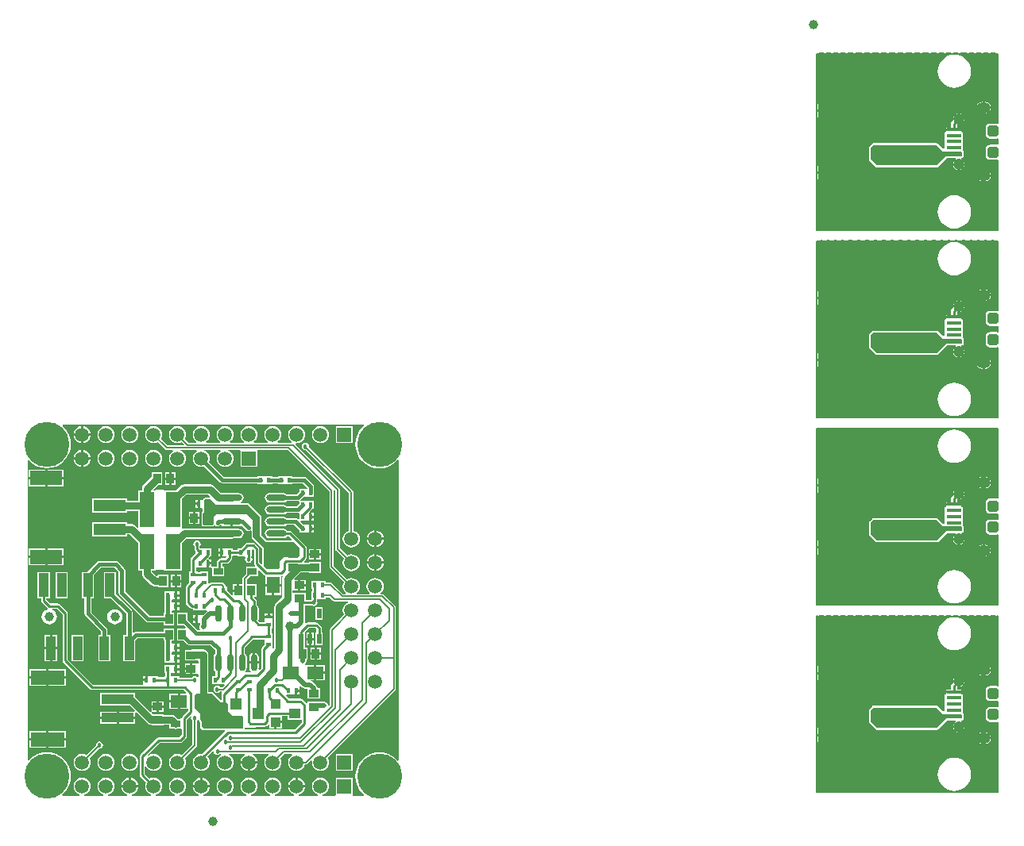
<source format=gtl>
G04 Layer_Physical_Order=1*
G04 Layer_Color=255*
%FSLAX25Y25*%
%MOIN*%
G70*
G01*
G75*
%ADD10C,0.03937*%
%ADD11O,0.02756X0.07087*%
%ADD12R,0.02165X0.01772*%
%ADD13R,0.01772X0.02165*%
%ADD14R,0.03200X0.04000*%
%ADD15R,0.07087X0.05315*%
%ADD16R,0.05905X0.14961*%
%ADD17R,0.14173X0.05905*%
%ADD18R,0.13386X0.03937*%
%ADD19O,0.08661X0.02756*%
%ADD20R,0.01968X0.04134*%
%ADD21R,0.04000X0.03200*%
%ADD22R,0.05000X0.03937*%
%ADD23R,0.03937X0.03937*%
%ADD24R,0.05000X0.05000*%
%ADD25R,0.03937X0.02953*%
%ADD26R,0.13780X0.04724*%
%ADD27R,0.13386X0.05905*%
%ADD28R,0.05315X0.07087*%
%ADD29R,0.03937X0.09842*%
G04:AMPARAMS|DCode=30|XSize=47.24mil|YSize=47.24mil|CornerRadius=11.81mil|HoleSize=0mil|Usage=FLASHONLY|Rotation=90.000|XOffset=0mil|YOffset=0mil|HoleType=Round|Shape=RoundedRectangle|*
%AMROUNDEDRECTD30*
21,1,0.04724,0.02362,0,0,90.0*
21,1,0.02362,0.04724,0,0,90.0*
1,1,0.02362,0.01181,0.01181*
1,1,0.02362,0.01181,-0.01181*
1,1,0.02362,-0.01181,-0.01181*
1,1,0.02362,-0.01181,0.01181*
%
%ADD30ROUNDEDRECTD30*%
%ADD31R,0.06299X0.01575*%
%ADD32C,0.02000*%
%ADD33C,0.00800*%
%ADD34C,0.00600*%
%ADD35C,0.01000*%
%ADD36C,0.03000*%
%ADD37C,0.01500*%
%ADD38C,0.18898*%
%ADD39C,0.05905*%
%ADD40R,0.05905X0.05905*%
%ADD41O,0.05905X0.04724*%
%ADD42C,0.04724*%
%ADD43C,0.01800*%
G36*
X249119Y76669D02*
X249969Y76500D01*
X250398Y76585D01*
X250898Y76175D01*
Y47120D01*
X250398Y46848D01*
X249732Y46981D01*
X247370D01*
X246597Y46827D01*
X245942Y46389D01*
X245504Y45734D01*
X245350Y44961D01*
Y42598D01*
X245504Y41825D01*
X245942Y41170D01*
X246597Y40732D01*
X247370Y40578D01*
X249732D01*
X250398Y40711D01*
X250898Y40439D01*
Y38262D01*
X250398Y37990D01*
X249732Y38122D01*
X247370D01*
X246597Y37969D01*
X245942Y37531D01*
X245504Y36875D01*
X245350Y36102D01*
Y33740D01*
X245504Y32967D01*
X245942Y32312D01*
X246597Y31874D01*
X247370Y31720D01*
X249732D01*
X250398Y31853D01*
X250898Y31581D01*
Y1949D01*
X174299D01*
Y76259D01*
X174685Y76576D01*
X175068Y76500D01*
X175918Y76669D01*
X176043Y76752D01*
X176994D01*
X177119Y76669D01*
X177969Y76500D01*
X178818Y76669D01*
X178943Y76752D01*
X179994D01*
X180119Y76669D01*
X180968Y76500D01*
X181818Y76669D01*
X181943Y76752D01*
X182994D01*
X183119Y76669D01*
X183968Y76500D01*
X184818Y76669D01*
X184943Y76752D01*
X185994D01*
X186119Y76669D01*
X186969Y76500D01*
X187818Y76669D01*
X187943Y76752D01*
X189494D01*
X189619Y76669D01*
X190469Y76500D01*
X191318Y76669D01*
X191443Y76752D01*
X192994D01*
X193119Y76669D01*
X193968Y76500D01*
X194818Y76669D01*
X194943Y76752D01*
X196494D01*
X196619Y76669D01*
X197468Y76500D01*
X198318Y76669D01*
X198443Y76752D01*
X199994D01*
X200119Y76669D01*
X200969Y76500D01*
X201818Y76669D01*
X201943Y76752D01*
X203494D01*
X203619Y76669D01*
X204468Y76500D01*
X205318Y76669D01*
X205443Y76752D01*
X206994D01*
X207119Y76669D01*
X207968Y76500D01*
X208818Y76669D01*
X208943Y76752D01*
X210494D01*
X210619Y76669D01*
X211469Y76500D01*
X212318Y76669D01*
X212443Y76752D01*
X213994D01*
X214119Y76669D01*
X214968Y76500D01*
X215818Y76669D01*
X215943Y76752D01*
X217494D01*
X217619Y76669D01*
X218468Y76500D01*
X219318Y76669D01*
X219443Y76752D01*
X220994D01*
X221119Y76669D01*
X221969Y76500D01*
X222818Y76669D01*
X222943Y76752D01*
X224494D01*
X224619Y76669D01*
X225468Y76500D01*
X226318Y76669D01*
X226443Y76752D01*
X227494D01*
X227619Y76669D01*
X228468Y76500D01*
X229318Y76669D01*
X229443Y76752D01*
X230494D01*
X230619Y76669D01*
X231469Y76500D01*
X232318Y76669D01*
X232443Y76752D01*
X233494D01*
X233619Y76669D01*
X234469Y76500D01*
X235318Y76669D01*
X235443Y76752D01*
X236994D01*
X237119Y76669D01*
X237968Y76500D01*
X238818Y76669D01*
X238943Y76752D01*
X239994D01*
X240119Y76669D01*
X240968Y76500D01*
X241818Y76669D01*
X241943Y76752D01*
X242994D01*
X243119Y76669D01*
X243969Y76500D01*
X244818Y76669D01*
X244943Y76752D01*
X245994D01*
X246119Y76669D01*
X246969Y76500D01*
X247818Y76669D01*
X247943Y76752D01*
X248994D01*
X249119Y76669D01*
D02*
G37*
G36*
X-47600Y-124618D02*
X-41622D01*
Y-126035D01*
X-44465Y-128878D01*
X-65367D01*
X-65541Y-128459D01*
X-65447Y-128234D01*
X-60935D01*
Y-127622D01*
X-57000D01*
X-57000Y-127622D01*
X-56571Y-127536D01*
X-56207Y-127293D01*
X-55530Y-126617D01*
X-55068Y-126808D01*
Y-128319D01*
X-53000D01*
Y-125749D01*
X-52501D01*
Y-125250D01*
X-49931D01*
Y-123181D01*
D01*
Y-123181D01*
X-49922Y-123172D01*
X-47600D01*
Y-124618D01*
D02*
G37*
G36*
X-28569Y-74729D02*
X-28271Y-74928D01*
X-28213Y-74940D01*
X-27920Y-74998D01*
X-22279D01*
X-22181Y-75488D01*
X-22540Y-75637D01*
X-23282Y-76206D01*
X-23851Y-76948D01*
X-24209Y-77813D01*
X-24331Y-78740D01*
X-24209Y-79668D01*
X-23851Y-80532D01*
X-23845Y-80540D01*
X-29629Y-86324D01*
X-29828Y-86621D01*
X-29898Y-86972D01*
Y-118399D01*
X-30299Y-118697D01*
X-30468Y-118646D01*
X-30550Y-118233D01*
X-30904Y-117703D01*
X-31433Y-117350D01*
X-32057Y-117226D01*
X-32174Y-117249D01*
X-33900D01*
Y-117081D01*
X-39100D01*
Y-117754D01*
X-39579Y-117899D01*
X-39707Y-117707D01*
X-41207Y-116207D01*
X-41571Y-115964D01*
X-42000Y-115878D01*
X-42000Y-115878D01*
X-46862D01*
X-48096Y-114645D01*
X-47905Y-114183D01*
X-45687D01*
Y-114183D01*
X-45687D01*
X-45687Y-114183D01*
X-45313Y-114183D01*
Y-114183D01*
X-44327D01*
Y-112499D01*
X-43828D01*
Y-112000D01*
X-42341D01*
Y-110863D01*
X-41879Y-110671D01*
X-41397Y-111153D01*
X-40868Y-111507D01*
X-40243Y-111631D01*
X-39100D01*
Y-115919D01*
X-33900D01*
Y-111519D01*
X-34869D01*
Y-111500D01*
X-34993Y-110876D01*
X-35346Y-110346D01*
X-36847Y-108846D01*
X-37376Y-108493D01*
X-38000Y-108369D01*
X-37889Y-108257D01*
X-36342D01*
Y-105001D01*
Y-101742D01*
X-39845D01*
X-40080Y-101302D01*
X-39774Y-100843D01*
X-39650Y-100219D01*
Y-99600D01*
X-39081D01*
Y-94400D01*
X-40109D01*
Y-90815D01*
X-40156Y-90578D01*
Y-88148D01*
X-40156Y-88148D01*
X-40156D01*
X-40275Y-87861D01*
X-38535Y-86122D01*
X-35965D01*
X-35381Y-86705D01*
Y-88148D01*
X-35844D01*
Y-93482D01*
X-32676D01*
Y-88148D01*
X-33138D01*
Y-86240D01*
X-33138Y-86240D01*
X-33224Y-85811D01*
X-33224D01*
D01*
D01*
X-33224Y-85811D01*
D01*
D01*
D01*
D01*
X-33224Y-85811D01*
D01*
D01*
Y-85811D01*
D01*
X-33224D01*
D01*
D01*
X-33224D01*
D01*
D01*
X-33467Y-85447D01*
X-33467Y-85447D01*
X-34707Y-84207D01*
X-35071Y-83964D01*
X-35500Y-83878D01*
X-35500Y-83878D01*
X-39000D01*
X-39000Y-83878D01*
X-39429Y-83964D01*
X-39721Y-84159D01*
X-40083Y-83917D01*
X-40134Y-83866D01*
X-40109Y-83740D01*
D01*
D01*
D01*
D01*
D01*
X-40109D01*
D01*
D01*
D01*
D01*
Y-83740D01*
X-40109D01*
D01*
Y-83740D01*
D01*
D01*
D01*
D01*
D01*
D01*
D01*
D01*
D01*
D01*
D01*
D01*
Y-83740D01*
D01*
X-40109D01*
D01*
D01*
D01*
D01*
X-40109Y-83740D01*
Y-80185D01*
X-40109Y-80185D01*
X-40109Y-80185D01*
Y-76622D01*
X-37521D01*
X-37085Y-76913D01*
X-36500Y-77029D01*
X-35915Y-76913D01*
X-35419Y-76581D01*
X-35087Y-76085D01*
X-34971Y-75500D01*
X-35052Y-75093D01*
Y-74183D01*
X-34687Y-74183D01*
D01*
D01*
X-34313Y-74183D01*
Y-74183D01*
X-31341D01*
Y-73418D01*
X-29880D01*
X-28569Y-74729D01*
D02*
G37*
G36*
X-77500Y-34500D02*
X-64000D01*
X-59000Y-39500D01*
Y-47500D01*
X-56500Y-50000D01*
X-45000D01*
X-42500Y-52500D01*
Y-56000D01*
X-43000Y-56500D01*
X-49000D01*
X-51000Y-58500D01*
Y-61000D01*
X-51500Y-61500D01*
X-56000D01*
X-57445Y-60055D01*
Y-52555D01*
X-62000Y-48000D01*
Y-41000D01*
X-64500Y-38500D01*
X-77500D01*
X-78500Y-39500D01*
Y-42323D01*
X-79129Y-42953D01*
X-82547D01*
X-83000Y-42500D01*
Y-38000D01*
X-82500Y-37500D01*
Y-32410D01*
X-82220Y-32130D01*
X-79870D01*
X-77500Y-34500D01*
D02*
G37*
G36*
X-75500Y-117500D02*
X-73000D01*
X-72500Y-118000D01*
Y-121000D01*
X-70500Y-123000D01*
X-66500D01*
X-66000Y-123500D01*
Y-128000D01*
X-66500Y-128500D01*
X-82563D01*
X-83563Y-127500D01*
Y-122937D01*
X-86500Y-120000D01*
Y-114500D01*
X-85693Y-113693D01*
X-79307D01*
X-75500Y-117500D01*
D02*
G37*
G36*
X-57183Y-91313D02*
X-57183D01*
X-57183Y-91687D01*
X-57183D01*
Y-93270D01*
X-58293Y-94380D01*
X-58536Y-94744D01*
X-58622Y-95173D01*
X-58622Y-95173D01*
Y-103035D01*
X-59234Y-103648D01*
X-59675Y-103412D01*
X-59574Y-102902D01*
Y-101236D01*
X-63607D01*
Y-102902D01*
X-63453Y-103673D01*
X-63016Y-104328D01*
X-62908Y-104400D01*
X-63053Y-104878D01*
X-65127D01*
X-65260Y-104439D01*
X-65269Y-104398D01*
X-65164Y-104328D01*
X-64727Y-103673D01*
X-64574Y-102902D01*
Y-98571D01*
X-64727Y-97799D01*
X-65164Y-97145D01*
X-65469Y-96941D01*
Y-94555D01*
X-61862Y-90948D01*
X-57183D01*
X-57183Y-91313D01*
D02*
G37*
G36*
X-15386Y-1338D02*
X-16120Y-1940D01*
X-17376Y-3471D01*
X-18309Y-5216D01*
X-18884Y-7110D01*
X-19078Y-9080D01*
X-18884Y-11050D01*
X-18309Y-12944D01*
X-17376Y-14690D01*
X-16120Y-16220D01*
X-14590Y-17476D01*
X-12844Y-18409D01*
X-10950Y-18984D01*
X-8980Y-19178D01*
X-7010Y-18984D01*
X-5116Y-18409D01*
X-3370Y-17476D01*
X-1840Y-16220D01*
X-1337Y-15608D01*
X-867Y-15776D01*
Y-141785D01*
X-1337Y-141953D01*
X-1840Y-141340D01*
X-3370Y-140085D01*
X-5116Y-139152D01*
X-7010Y-138577D01*
X-8980Y-138383D01*
X-10950Y-138577D01*
X-12844Y-139152D01*
X-14590Y-140085D01*
X-16120Y-141340D01*
X-17376Y-142871D01*
X-18309Y-144616D01*
X-18884Y-146511D01*
X-19078Y-148480D01*
X-18884Y-150450D01*
X-18309Y-152345D01*
X-17376Y-154090D01*
X-16120Y-155620D01*
X-15484Y-156143D01*
X-15652Y-156614D01*
X-20187D01*
Y-156233D01*
X-20187D01*
Y-149128D01*
X-27293D01*
Y-156233D01*
X-27293D01*
Y-156260D01*
X-27646Y-156614D01*
X-32671D01*
X-32768Y-156123D01*
X-31948Y-155784D01*
X-31206Y-155214D01*
X-30637Y-154472D01*
X-30279Y-153608D01*
X-30157Y-152680D01*
X-30279Y-151753D01*
X-30637Y-150889D01*
X-31206Y-150146D01*
X-31948Y-149577D01*
X-32813Y-149219D01*
X-33740Y-149097D01*
X-34668Y-149219D01*
X-35532Y-149577D01*
X-36274Y-150146D01*
X-36843Y-150889D01*
X-37201Y-151753D01*
X-37323Y-152680D01*
X-37201Y-153608D01*
X-36843Y-154472D01*
X-36274Y-155214D01*
X-35532Y-155784D01*
X-34712Y-156123D01*
X-34809Y-156614D01*
X-42671D01*
X-42768Y-156123D01*
X-41948Y-155784D01*
X-41206Y-155214D01*
X-40637Y-154472D01*
X-40279Y-153608D01*
X-40222Y-153180D01*
X-47258D01*
X-47201Y-153608D01*
X-46843Y-154472D01*
X-46274Y-155214D01*
X-45532Y-155784D01*
X-44712Y-156123D01*
X-44809Y-156614D01*
X-52671D01*
X-52768Y-156123D01*
X-51948Y-155784D01*
X-51206Y-155214D01*
X-50637Y-154472D01*
X-50279Y-153608D01*
X-50157Y-152680D01*
X-50279Y-151753D01*
X-50637Y-150889D01*
X-51206Y-150146D01*
X-51948Y-149577D01*
X-52813Y-149219D01*
X-53740Y-149097D01*
X-54668Y-149219D01*
X-55532Y-149577D01*
X-56274Y-150146D01*
X-56843Y-150889D01*
X-57201Y-151753D01*
X-57323Y-152680D01*
X-57201Y-153608D01*
X-56843Y-154472D01*
X-56274Y-155214D01*
X-55532Y-155784D01*
X-54712Y-156123D01*
X-54809Y-156614D01*
X-62671D01*
X-62768Y-156123D01*
X-61948Y-155784D01*
X-61206Y-155214D01*
X-60637Y-154472D01*
X-60279Y-153608D01*
X-60157Y-152680D01*
X-60279Y-151753D01*
X-60637Y-150889D01*
X-61206Y-150146D01*
X-61948Y-149577D01*
X-62813Y-149219D01*
X-63740Y-149097D01*
X-64668Y-149219D01*
X-65532Y-149577D01*
X-66274Y-150146D01*
X-66843Y-150889D01*
X-67201Y-151753D01*
X-67323Y-152680D01*
X-67201Y-153608D01*
X-66843Y-154472D01*
X-66274Y-155214D01*
X-65532Y-155784D01*
X-64712Y-156123D01*
X-64810Y-156614D01*
X-72671D01*
X-72768Y-156123D01*
X-71948Y-155784D01*
X-71206Y-155214D01*
X-70637Y-154472D01*
X-70279Y-153608D01*
X-70157Y-152680D01*
X-70279Y-151753D01*
X-70637Y-150889D01*
X-71206Y-150146D01*
X-71948Y-149577D01*
X-72813Y-149219D01*
X-73740Y-149097D01*
X-74668Y-149219D01*
X-75532Y-149577D01*
X-76274Y-150146D01*
X-76843Y-150889D01*
X-77201Y-151753D01*
X-77324Y-152680D01*
X-77201Y-153608D01*
X-76843Y-154472D01*
X-76274Y-155214D01*
X-75532Y-155784D01*
X-74712Y-156123D01*
X-74809Y-156614D01*
X-82671D01*
X-82768Y-156123D01*
X-81948Y-155784D01*
X-81206Y-155214D01*
X-80637Y-154472D01*
X-80279Y-153608D01*
X-80222Y-153180D01*
X-87258D01*
X-87201Y-153608D01*
X-86843Y-154472D01*
X-86274Y-155214D01*
X-85532Y-155784D01*
X-84712Y-156123D01*
X-84809Y-156614D01*
X-92671D01*
X-92768Y-156123D01*
X-91948Y-155784D01*
X-91206Y-155214D01*
X-90637Y-154472D01*
X-90279Y-153608D01*
X-90157Y-152680D01*
X-90279Y-151753D01*
X-90637Y-150889D01*
X-91206Y-150146D01*
X-91948Y-149577D01*
X-92813Y-149219D01*
X-93740Y-149097D01*
X-94668Y-149219D01*
X-95532Y-149577D01*
X-96274Y-150146D01*
X-96843Y-150889D01*
X-97201Y-151753D01*
X-97324Y-152680D01*
X-97201Y-153608D01*
X-96843Y-154472D01*
X-96274Y-155214D01*
X-95532Y-155784D01*
X-94712Y-156123D01*
X-94810Y-156614D01*
X-102671D01*
X-102768Y-156123D01*
X-101948Y-155784D01*
X-101206Y-155214D01*
X-100637Y-154472D01*
X-100279Y-153608D01*
X-100157Y-152680D01*
X-100279Y-151753D01*
X-100637Y-150889D01*
X-101206Y-150146D01*
X-101948Y-149577D01*
X-102813Y-149219D01*
X-103740Y-149097D01*
X-104668Y-149219D01*
X-105338Y-149497D01*
X-107378Y-147456D01*
Y-144462D01*
X-106888Y-144364D01*
X-106843Y-144472D01*
X-106274Y-145214D01*
X-105532Y-145784D01*
X-104668Y-146142D01*
X-103740Y-146264D01*
X-102813Y-146142D01*
X-101948Y-145784D01*
X-101206Y-145214D01*
X-100637Y-144472D01*
X-100279Y-143608D01*
X-100157Y-142680D01*
X-100279Y-141753D01*
X-100637Y-140889D01*
X-101206Y-140147D01*
X-101948Y-139577D01*
X-102813Y-139219D01*
X-103740Y-139097D01*
X-104668Y-139219D01*
X-105532Y-139577D01*
X-105762Y-139753D01*
X-106091Y-139378D01*
X-101176Y-134462D01*
X-92560D01*
X-92560Y-134462D01*
X-92131Y-134376D01*
X-91767Y-134133D01*
X-90067Y-132433D01*
X-90067Y-132433D01*
X-89824Y-132069D01*
D01*
D01*
D01*
Y-132069D01*
X-89824D01*
D01*
D01*
D01*
D01*
X-89824D01*
D01*
D01*
D01*
D01*
Y-132069D01*
X-89824D01*
D01*
Y-132069D01*
D01*
D01*
D01*
D01*
D01*
D01*
D01*
D01*
D01*
D01*
D01*
D01*
Y-132069D01*
D01*
X-89824D01*
D01*
D01*
D01*
D01*
X-89824Y-132069D01*
X-89738Y-131640D01*
X-89738Y-131640D01*
Y-124675D01*
X-88382Y-123318D01*
X-87941Y-123554D01*
X-88029Y-124000D01*
X-87913Y-124585D01*
X-87581Y-125081D01*
X-87418Y-125191D01*
Y-135060D01*
X-91940Y-139583D01*
X-91948Y-139577D01*
X-92813Y-139219D01*
X-93740Y-139097D01*
X-94668Y-139219D01*
X-95532Y-139577D01*
X-96274Y-140147D01*
X-96843Y-140889D01*
X-97201Y-141753D01*
X-97324Y-142680D01*
X-97201Y-143608D01*
X-96843Y-144472D01*
X-96274Y-145214D01*
X-95532Y-145784D01*
X-94668Y-146142D01*
X-93740Y-146264D01*
X-92813Y-146142D01*
X-91948Y-145784D01*
X-91206Y-145214D01*
X-90637Y-144472D01*
X-90279Y-143608D01*
X-90157Y-142680D01*
X-90279Y-141753D01*
X-90637Y-140889D01*
X-90643Y-140881D01*
X-85851Y-136089D01*
X-85652Y-135791D01*
X-85582Y-135440D01*
D01*
D01*
D01*
D01*
D01*
X-85582D01*
D01*
D01*
D01*
D01*
Y-135440D01*
X-85582D01*
D01*
Y-135440D01*
D01*
D01*
D01*
D01*
D01*
D01*
D01*
D01*
D01*
D01*
D01*
D01*
Y-135440D01*
D01*
X-85582D01*
D01*
D01*
D01*
D01*
X-85582Y-135440D01*
Y-125191D01*
X-85419Y-125081D01*
X-85363Y-124998D01*
X-84933Y-124913D01*
X-84806D01*
X-84356Y-125585D01*
X-84212Y-125729D01*
Y-127500D01*
X-84078Y-127825D01*
X-84022Y-127959D01*
X-83022Y-128959D01*
X-82563Y-129149D01*
X-73889D01*
X-73698Y-129611D01*
X-83248Y-139162D01*
X-83740Y-139097D01*
X-84668Y-139219D01*
X-85532Y-139577D01*
X-86274Y-140147D01*
X-86843Y-140889D01*
X-87201Y-141753D01*
X-87323Y-142680D01*
X-87201Y-143608D01*
X-86843Y-144472D01*
X-86274Y-145214D01*
X-85532Y-145784D01*
X-84668Y-146142D01*
X-83740Y-146264D01*
X-82813Y-146142D01*
X-81948Y-145784D01*
X-81206Y-145214D01*
X-80637Y-144472D01*
X-80279Y-143608D01*
X-80157Y-142680D01*
X-80279Y-141753D01*
X-80637Y-140889D01*
X-81143Y-140229D01*
X-78965Y-138051D01*
X-78487Y-138196D01*
X-78393Y-138666D01*
X-78062Y-139162D01*
X-77566Y-139493D01*
X-76980Y-139610D01*
X-76395Y-139493D01*
X-75899Y-139162D01*
X-75864Y-139110D01*
X-75374Y-139207D01*
X-75318Y-139488D01*
X-75532Y-139577D01*
X-76274Y-140147D01*
X-76843Y-140889D01*
X-77201Y-141753D01*
X-77324Y-142680D01*
X-77201Y-143608D01*
X-76843Y-144472D01*
X-76274Y-145214D01*
X-75532Y-145784D01*
X-74668Y-146142D01*
X-73740Y-146264D01*
X-72813Y-146142D01*
X-71948Y-145784D01*
X-71206Y-145214D01*
X-70637Y-144472D01*
X-70279Y-143608D01*
X-70157Y-142680D01*
X-70279Y-141753D01*
X-70637Y-140889D01*
X-71206Y-140147D01*
X-71948Y-139577D01*
X-72162Y-139488D01*
X-72065Y-138998D01*
X-65415D01*
X-65318Y-139488D01*
X-65532Y-139577D01*
X-66274Y-140147D01*
X-66843Y-140889D01*
X-67201Y-141753D01*
X-67258Y-142180D01*
X-60223D01*
X-60279Y-141753D01*
X-60637Y-140889D01*
X-61206Y-140147D01*
X-61948Y-139577D01*
X-62163Y-139488D01*
X-62065Y-138998D01*
X-55415D01*
X-55318Y-139488D01*
X-55532Y-139577D01*
X-56274Y-140147D01*
X-56843Y-140889D01*
X-57201Y-141753D01*
X-57323Y-142680D01*
X-57201Y-143608D01*
X-56843Y-144472D01*
X-56274Y-145214D01*
X-55532Y-145784D01*
X-54668Y-146142D01*
X-53740Y-146264D01*
X-52813Y-146142D01*
X-51948Y-145784D01*
X-51206Y-145214D01*
X-50637Y-144472D01*
X-50279Y-143608D01*
X-50157Y-142680D01*
X-50279Y-141753D01*
X-50637Y-140889D01*
X-50643Y-140881D01*
X-48860Y-139098D01*
X-45730D01*
X-45532Y-139577D01*
X-46274Y-140147D01*
X-46843Y-140889D01*
X-47201Y-141753D01*
X-47324Y-142680D01*
X-47201Y-143608D01*
X-46843Y-144472D01*
X-46274Y-145214D01*
X-45532Y-145784D01*
X-44668Y-146142D01*
X-43740Y-146264D01*
X-42813Y-146142D01*
X-41948Y-145784D01*
X-41206Y-145214D01*
X-40637Y-144472D01*
X-40279Y-143608D01*
X-40277Y-143598D01*
X-39880D01*
X-39529Y-143528D01*
X-39232Y-143329D01*
X-37683Y-141780D01*
X-37234Y-142001D01*
X-37323Y-142680D01*
X-37201Y-143608D01*
X-36843Y-144472D01*
X-36274Y-145214D01*
X-35532Y-145784D01*
X-34668Y-146142D01*
X-33740Y-146264D01*
X-32813Y-146142D01*
X-31948Y-145784D01*
X-31206Y-145214D01*
X-30637Y-144472D01*
X-30279Y-143608D01*
X-30157Y-142680D01*
X-30279Y-141753D01*
X-30637Y-140889D01*
X-30643Y-140881D01*
X-2331Y-112569D01*
X-2132Y-112272D01*
X-2063Y-111921D01*
D01*
D01*
D01*
D01*
D01*
X-2063D01*
D01*
D01*
D01*
D01*
Y-111921D01*
X-2063D01*
D01*
Y-111921D01*
D01*
D01*
D01*
D01*
D01*
D01*
D01*
D01*
D01*
D01*
D01*
D01*
Y-111920D01*
D01*
X-2063D01*
D01*
D01*
D01*
D01*
X-2063Y-111920D01*
Y-77580D01*
X-2121Y-77287D01*
X-2132Y-77229D01*
X-2331Y-76931D01*
X-7031Y-72231D01*
X-7329Y-72032D01*
X-7680Y-71963D01*
X-8334D01*
X-8495Y-71489D01*
X-8214Y-71274D01*
X-7645Y-70532D01*
X-7287Y-69668D01*
X-7165Y-68740D01*
X-7287Y-67813D01*
X-7645Y-66948D01*
X-8214Y-66206D01*
X-8956Y-65637D01*
X-9821Y-65279D01*
X-10748Y-65157D01*
X-11676Y-65279D01*
X-12540Y-65637D01*
X-13282Y-66206D01*
X-13851Y-66948D01*
X-14209Y-67813D01*
X-14331Y-68740D01*
X-14209Y-69668D01*
X-13851Y-70532D01*
X-13282Y-71274D01*
X-13001Y-71489D01*
X-13162Y-71963D01*
X-18334D01*
X-18495Y-71489D01*
X-18214Y-71274D01*
X-17645Y-70532D01*
X-17287Y-69668D01*
X-17165Y-68740D01*
X-17287Y-67813D01*
X-17645Y-66948D01*
X-18214Y-66206D01*
X-18956Y-65637D01*
X-19821Y-65279D01*
X-20748Y-65157D01*
X-21676Y-65279D01*
X-22540Y-65637D01*
X-22548Y-65643D01*
X-28082Y-60108D01*
Y-28500D01*
X-28109Y-28365D01*
X-27847Y-28225D01*
X-27418Y-28482D01*
Y-52988D01*
X-27418Y-52988D01*
X-27418D01*
X-27348Y-53339D01*
X-27149Y-53637D01*
X-23845Y-56941D01*
X-23851Y-56949D01*
X-24209Y-57813D01*
X-24331Y-58740D01*
X-24209Y-59668D01*
X-23851Y-60532D01*
X-23282Y-61274D01*
X-22540Y-61844D01*
X-21676Y-62201D01*
X-20748Y-62324D01*
X-19821Y-62201D01*
X-18956Y-61844D01*
X-18214Y-61274D01*
X-17645Y-60532D01*
X-17287Y-59668D01*
X-17165Y-58740D01*
X-17287Y-57813D01*
X-17645Y-56949D01*
X-18214Y-56206D01*
X-18956Y-55637D01*
X-19821Y-55279D01*
X-20748Y-55157D01*
X-21676Y-55279D01*
X-22540Y-55637D01*
X-22548Y-55643D01*
X-25582Y-52608D01*
Y-28000D01*
X-25641Y-27707D01*
X-25652Y-27649D01*
X-25851Y-27351D01*
X-44202Y-9000D01*
X-43981Y-8552D01*
X-43740Y-8583D01*
X-42813Y-8461D01*
X-41948Y-8103D01*
X-41206Y-7534D01*
X-40637Y-6792D01*
X-40279Y-5928D01*
X-40157Y-5000D01*
X-40279Y-4073D01*
X-40637Y-3208D01*
X-41206Y-2466D01*
X-41948Y-1897D01*
X-42813Y-1539D01*
X-43740Y-1417D01*
X-44668Y-1539D01*
X-45532Y-1897D01*
X-46274Y-2466D01*
X-46843Y-3208D01*
X-47201Y-4073D01*
X-47324Y-5000D01*
X-47201Y-5928D01*
X-46843Y-6792D01*
X-46274Y-7534D01*
X-45785Y-7909D01*
X-45946Y-8382D01*
X-51534D01*
X-51695Y-7909D01*
X-51206Y-7534D01*
X-50637Y-6792D01*
X-50279Y-5928D01*
X-50157Y-5000D01*
X-50279Y-4073D01*
X-50637Y-3208D01*
X-51206Y-2466D01*
X-51948Y-1897D01*
X-52813Y-1539D01*
X-53740Y-1417D01*
X-54668Y-1539D01*
X-55532Y-1897D01*
X-56274Y-2466D01*
X-56843Y-3208D01*
X-57201Y-4073D01*
X-57323Y-5000D01*
X-57201Y-5928D01*
X-56843Y-6792D01*
X-56274Y-7534D01*
X-55785Y-7909D01*
X-55946Y-8382D01*
X-61534D01*
X-61695Y-7909D01*
X-61206Y-7534D01*
X-60637Y-6792D01*
X-60279Y-5928D01*
X-60157Y-5000D01*
X-60279Y-4073D01*
X-60637Y-3208D01*
X-61206Y-2466D01*
X-61948Y-1897D01*
X-62813Y-1539D01*
X-63740Y-1417D01*
X-64668Y-1539D01*
X-65532Y-1897D01*
X-66274Y-2466D01*
X-66843Y-3208D01*
X-67201Y-4073D01*
X-67323Y-5000D01*
X-67201Y-5928D01*
X-66843Y-6792D01*
X-66274Y-7534D01*
X-65785Y-7909D01*
X-65946Y-8382D01*
X-71534D01*
X-71695Y-7909D01*
X-71206Y-7534D01*
X-70637Y-6792D01*
X-70279Y-5928D01*
X-70157Y-5000D01*
X-70279Y-4073D01*
X-70637Y-3208D01*
X-71206Y-2466D01*
X-71948Y-1897D01*
X-72813Y-1539D01*
X-73740Y-1417D01*
X-74668Y-1539D01*
X-75532Y-1897D01*
X-76274Y-2466D01*
X-76843Y-3208D01*
X-77201Y-4073D01*
X-77324Y-5000D01*
X-77201Y-5928D01*
X-76843Y-6792D01*
X-76274Y-7534D01*
X-75785Y-7909D01*
X-75946Y-8382D01*
X-81534D01*
X-81695Y-7909D01*
X-81206Y-7534D01*
X-80637Y-6792D01*
X-80279Y-5928D01*
X-80157Y-5000D01*
X-80279Y-4073D01*
X-80637Y-3208D01*
X-81206Y-2466D01*
X-81948Y-1897D01*
X-82813Y-1539D01*
X-83740Y-1417D01*
X-84668Y-1539D01*
X-85532Y-1897D01*
X-86274Y-2466D01*
X-86843Y-3208D01*
X-87201Y-4073D01*
X-87323Y-5000D01*
X-87201Y-5928D01*
X-86843Y-6792D01*
X-86274Y-7534D01*
X-85785Y-7909D01*
X-85946Y-8382D01*
X-89060D01*
X-90643Y-6800D01*
X-90637Y-6792D01*
X-90279Y-5928D01*
X-90157Y-5000D01*
X-90279Y-4073D01*
X-90637Y-3208D01*
X-91206Y-2466D01*
X-91948Y-1897D01*
X-92813Y-1539D01*
X-93740Y-1417D01*
X-94668Y-1539D01*
X-95532Y-1897D01*
X-96274Y-2466D01*
X-96843Y-3208D01*
X-97201Y-4073D01*
X-97324Y-5000D01*
X-97201Y-5928D01*
X-96843Y-6792D01*
X-96274Y-7534D01*
X-95532Y-8103D01*
X-94668Y-8461D01*
X-93740Y-8583D01*
X-92813Y-8461D01*
X-91948Y-8103D01*
X-91940Y-8097D01*
X-90917Y-9120D01*
X-91109Y-9582D01*
X-97860D01*
X-100643Y-6800D01*
X-100637Y-6792D01*
X-100279Y-5928D01*
X-100157Y-5000D01*
X-100279Y-4073D01*
X-100637Y-3208D01*
X-101206Y-2466D01*
X-101948Y-1897D01*
X-102813Y-1539D01*
X-103740Y-1417D01*
X-104668Y-1539D01*
X-105532Y-1897D01*
X-106274Y-2466D01*
X-106843Y-3208D01*
X-107201Y-4073D01*
X-107324Y-5000D01*
X-107201Y-5928D01*
X-106843Y-6792D01*
X-106274Y-7534D01*
X-105532Y-8103D01*
X-104668Y-8461D01*
X-103740Y-8583D01*
X-102813Y-8461D01*
X-101948Y-8103D01*
X-101941Y-8097D01*
X-98889Y-11149D01*
X-98591Y-11348D01*
X-98533Y-11359D01*
X-98240Y-11418D01*
X-95730D01*
X-95532Y-11897D01*
X-96274Y-12466D01*
X-96843Y-13208D01*
X-97201Y-14073D01*
X-97324Y-15000D01*
X-97201Y-15927D01*
X-96843Y-16792D01*
X-96274Y-17534D01*
X-95532Y-18103D01*
X-94668Y-18461D01*
X-93740Y-18583D01*
X-92813Y-18461D01*
X-91948Y-18103D01*
X-91206Y-17534D01*
X-90637Y-16792D01*
X-90279Y-15927D01*
X-90157Y-15000D01*
X-90279Y-14073D01*
X-90637Y-13208D01*
X-91206Y-12466D01*
X-91948Y-11897D01*
X-92813Y-11539D01*
X-92805Y-11418D01*
X-85730D01*
X-85532Y-11897D01*
X-86274Y-12466D01*
X-86843Y-13208D01*
X-87201Y-14073D01*
X-87323Y-15000D01*
X-87201Y-15927D01*
X-86843Y-16792D01*
X-86274Y-17534D01*
X-85532Y-18103D01*
X-84668Y-18461D01*
X-83740Y-18583D01*
X-82813Y-18461D01*
X-82397Y-18289D01*
X-75713Y-24973D01*
X-75713D01*
X-75713Y-24973D01*
X-75713D01*
X-75713Y-24973D01*
Y-24973D01*
X-75713Y-24973D01*
Y-24973D01*
X-75267Y-25272D01*
X-74740Y-25376D01*
X-60159D01*
Y-25683D01*
X-57187D01*
Y-25683D01*
X-57187D01*
X-57187Y-25683D01*
X-56813Y-25683D01*
Y-25683D01*
X-53841D01*
Y-25376D01*
X-51659D01*
Y-25683D01*
X-48687D01*
Y-25683D01*
X-48687D01*
X-48687Y-25683D01*
X-48313Y-25683D01*
Y-25683D01*
X-45341D01*
Y-25376D01*
X-41200D01*
X-39221Y-27355D01*
X-39311Y-27571D01*
X-39557Y-27817D01*
X-39687Y-27817D01*
X-39687Y-27817D01*
X-39687D01*
D01*
D01*
X-39687Y-27817D01*
Y-27817D01*
Y-27817D01*
X-39687D01*
X-39687D01*
X-39687Y-27817D01*
X-39687D01*
D01*
X-42659D01*
Y-29039D01*
X-43743Y-30123D01*
X-47639D01*
X-47672Y-30074D01*
X-48327Y-29637D01*
X-49098Y-29483D01*
X-55004D01*
X-55776Y-29637D01*
X-56430Y-30074D01*
X-56867Y-30728D01*
X-57021Y-31500D01*
X-56867Y-32272D01*
X-56430Y-32926D01*
X-55776Y-33363D01*
X-55004Y-33517D01*
X-49098D01*
X-48327Y-33363D01*
X-47672Y-32926D01*
X-47639Y-32876D01*
X-43173D01*
X-43045Y-32851D01*
X-42659Y-33168D01*
Y-34039D01*
X-43743Y-35124D01*
X-47639D01*
X-47672Y-35074D01*
X-48327Y-34637D01*
X-49098Y-34483D01*
X-55004D01*
X-55776Y-34637D01*
X-56430Y-35074D01*
X-56867Y-35728D01*
X-57021Y-36500D01*
X-56867Y-37272D01*
X-56430Y-37926D01*
X-55776Y-38363D01*
X-55004Y-38517D01*
X-49098D01*
X-48327Y-38363D01*
X-47672Y-37926D01*
X-47639Y-37876D01*
X-43173D01*
X-43046Y-37851D01*
X-42659Y-38168D01*
Y-40414D01*
X-43121Y-40606D01*
X-43200Y-40527D01*
X-43646Y-40228D01*
X-44173Y-40124D01*
X-47639D01*
X-47672Y-40074D01*
X-48327Y-39637D01*
X-49098Y-39483D01*
X-55004D01*
X-55776Y-39637D01*
X-56430Y-40074D01*
X-56867Y-40728D01*
X-57021Y-41500D01*
X-56867Y-42272D01*
X-56430Y-42926D01*
X-55776Y-43363D01*
X-55004Y-43517D01*
X-49098D01*
X-48327Y-43363D01*
X-47672Y-42926D01*
X-47639Y-42876D01*
X-44743D01*
X-42659Y-44961D01*
Y-46183D01*
X-39687D01*
Y-46183D01*
X-39687D01*
X-39687Y-46183D01*
X-39313Y-46183D01*
Y-46183D01*
X-38327D01*
Y-44501D01*
Y-42817D01*
X-39313D01*
D01*
D01*
X-39313Y-42817D01*
X-39687Y-42817D01*
Y-42817D01*
X-40909D01*
X-42082Y-41645D01*
X-41891Y-41183D01*
X-39687D01*
Y-41183D01*
X-39687D01*
X-39687Y-41183D01*
X-39313Y-41183D01*
Y-41183D01*
X-38327D01*
Y-39501D01*
Y-37817D01*
X-38078D01*
X-38269Y-37355D01*
X-37097Y-36183D01*
X-36341D01*
Y-32817D01*
X-39313D01*
D01*
D01*
X-39313Y-32817D01*
X-39687Y-32817D01*
Y-32817D01*
X-41891D01*
X-42082Y-32355D01*
X-40909Y-31183D01*
X-39687D01*
Y-31183D01*
X-39687D01*
X-39687Y-31183D01*
X-39313Y-31183D01*
Y-31183D01*
X-36341D01*
Y-27817D01*
X-36450D01*
Y-26803D01*
X-36450Y-26803D01*
Y-26803D01*
X-36450D01*
X-36450Y-26803D01*
D01*
D01*
D01*
D01*
X-36450Y-26803D01*
D01*
X-36555Y-26276D01*
X-36854Y-25830D01*
X-39657Y-23027D01*
X-40103Y-22728D01*
X-40630Y-22624D01*
X-45341D01*
Y-22317D01*
X-48313D01*
D01*
D01*
X-48313Y-22317D01*
X-48687Y-22317D01*
Y-22317D01*
X-51659D01*
Y-22624D01*
X-53841D01*
Y-22317D01*
X-56813D01*
D01*
D01*
X-56813Y-22317D01*
X-57187Y-22317D01*
Y-22317D01*
X-60159D01*
Y-22624D01*
X-74170D01*
X-80451Y-16343D01*
X-80279Y-15927D01*
X-80157Y-15000D01*
X-80279Y-14073D01*
X-80637Y-13208D01*
X-81206Y-12466D01*
X-81948Y-11897D01*
X-82813Y-11539D01*
X-82805Y-11418D01*
X-75730D01*
X-75532Y-11897D01*
X-76274Y-12466D01*
X-76843Y-13208D01*
X-77201Y-14073D01*
X-77324Y-15000D01*
X-77201Y-15927D01*
X-76843Y-16792D01*
X-76274Y-17534D01*
X-75532Y-18103D01*
X-74668Y-18461D01*
X-73740Y-18583D01*
X-72813Y-18461D01*
X-71948Y-18103D01*
X-71206Y-17534D01*
X-70637Y-16792D01*
X-70279Y-15927D01*
X-70157Y-15000D01*
X-70279Y-14073D01*
X-70637Y-13208D01*
X-71206Y-12466D01*
X-71948Y-11897D01*
X-72813Y-11539D01*
X-72805Y-11418D01*
X-67646D01*
X-67293Y-11771D01*
Y-18553D01*
X-60187D01*
Y-11771D01*
X-60187Y-11771D01*
D01*
D01*
X-60187Y-11447D01*
D01*
X-60158Y-11418D01*
X-47380D01*
X-29918Y-28880D01*
Y-60488D01*
X-29918Y-60488D01*
X-29918D01*
X-29848Y-60839D01*
X-29649Y-61137D01*
X-23845Y-66941D01*
X-23851Y-66948D01*
X-24209Y-67813D01*
X-24331Y-68740D01*
X-24209Y-69668D01*
X-23851Y-70532D01*
X-23282Y-71274D01*
X-23001Y-71489D01*
X-23162Y-71963D01*
X-24240D01*
X-28851Y-67351D01*
X-29149Y-67152D01*
X-29500Y-67082D01*
X-31341D01*
Y-66317D01*
X-34313D01*
D01*
D01*
X-34313Y-66317D01*
X-34687Y-66317D01*
Y-66317D01*
X-37659D01*
Y-69683D01*
X-37295D01*
Y-70817D01*
X-37659D01*
Y-74183D01*
D01*
Y-74183D01*
X-37855Y-74378D01*
X-39900D01*
Y-71581D01*
X-45100D01*
D01*
X-45100D01*
X-45401Y-71280D01*
Y-70419D01*
X-45048Y-70419D01*
X-45048D01*
Y-70419D01*
D01*
D01*
D01*
X-43000D01*
Y-68220D01*
Y-66019D01*
X-44556D01*
X-44748Y-65557D01*
X-42113Y-62922D01*
X-38600D01*
Y-62981D01*
X-33400D01*
Y-58581D01*
X-38600D01*
Y-58640D01*
X-40400D01*
X-40592Y-58178D01*
X-39707Y-57293D01*
X-39464Y-56929D01*
X-39378Y-56500D01*
X-39378Y-56500D01*
Y-52500D01*
X-39378Y-52500D01*
X-39464Y-52071D01*
X-39707Y-51707D01*
X-39707Y-51707D01*
X-45707Y-45707D01*
X-46071Y-45464D01*
X-46500Y-45378D01*
X-46500Y-45378D01*
X-47469D01*
X-47672Y-45074D01*
X-48327Y-44637D01*
X-49098Y-44483D01*
X-55004D01*
X-55776Y-44637D01*
X-56430Y-45074D01*
X-56867Y-45728D01*
X-57021Y-46500D01*
X-56867Y-47272D01*
X-56430Y-47926D01*
X-55776Y-48363D01*
X-55004Y-48517D01*
X-49098D01*
X-48327Y-48363D01*
X-47672Y-47926D01*
X-47469Y-47622D01*
X-46965D01*
X-45698Y-48889D01*
X-45889Y-49351D01*
X-56231D01*
X-58351Y-47231D01*
Y-39500D01*
X-58541Y-39041D01*
X-63541Y-34041D01*
X-64000Y-33851D01*
X-67127D01*
X-67224Y-33363D01*
X-66570Y-32926D01*
X-66133Y-32272D01*
X-65979Y-31500D01*
X-66133Y-30728D01*
X-66570Y-30074D01*
X-67224Y-29637D01*
X-67996Y-29483D01*
X-70323D01*
X-70949Y-29359D01*
X-75674D01*
X-78466Y-26566D01*
X-79161Y-26102D01*
Y-26102D01*
X-79161D01*
D01*
D01*
D01*
D01*
X-79161D01*
Y-26102D01*
D01*
D01*
X-79161Y-26102D01*
X-79161Y-26102D01*
X-79161Y-26102D01*
X-79161D01*
X-79980Y-25939D01*
X-90980D01*
X-91800Y-26102D01*
X-92494Y-26566D01*
X-94348Y-28420D01*
X-99041D01*
X-99441Y-28020D01*
X-102670D01*
Y-28316D01*
X-102959Y-28420D01*
D01*
X-102959D01*
X-102959Y-28420D01*
X-102959D01*
X-102959Y-28420D01*
X-103519D01*
X-103711Y-27958D01*
X-101853Y-26100D01*
X-100081D01*
Y-20900D01*
X-104481D01*
Y-22672D01*
X-108026Y-26217D01*
X-108490Y-26911D01*
X-108653Y-27731D01*
Y-28420D01*
X-110065D01*
Y-32727D01*
X-114680D01*
Y-31905D01*
X-129659D01*
Y-37830D01*
X-114680D01*
Y-37009D01*
X-110065D01*
Y-43815D01*
X-110527Y-44006D01*
X-111336Y-43196D01*
X-112031Y-42732D01*
X-112850Y-42569D01*
X-114680D01*
Y-41748D01*
X-129659D01*
Y-47672D01*
X-114680D01*
Y-46851D01*
X-113737D01*
X-110065Y-50524D01*
Y-62080D01*
X-108653D01*
Y-63288D01*
X-108490Y-64108D01*
X-108490Y-64108D01*
X-108490Y-64108D01*
X-108026Y-64802D01*
X-104814Y-68014D01*
X-104119Y-68478D01*
X-103300Y-68641D01*
X-101981D01*
Y-69100D01*
X-97581D01*
Y-63900D01*
X-101981D01*
Y-64138D01*
X-102443Y-64329D01*
X-104371Y-62401D01*
Y-62080D01*
X-102959D01*
Y-61874D01*
X-99480D01*
X-99480Y-61874D01*
X-99480Y-61874D01*
X-99041Y-62056D01*
Y-62080D01*
X-91935D01*
Y-50564D01*
X-90013Y-48641D01*
X-70949D01*
X-70323Y-48517D01*
X-67996D01*
X-67224Y-48363D01*
X-66570Y-47926D01*
X-66133Y-47272D01*
X-65979Y-46500D01*
X-66133Y-45728D01*
X-66570Y-45074D01*
X-67224Y-44637D01*
X-67996Y-44483D01*
X-70323D01*
X-70949Y-44359D01*
X-90900D01*
X-91549Y-44488D01*
X-91935Y-44171D01*
Y-32063D01*
X-90093Y-30221D01*
X-80867D01*
X-80070Y-31018D01*
X-80261Y-31480D01*
X-82220D01*
X-82545Y-31615D01*
X-82679Y-31671D01*
X-82959Y-31951D01*
X-83111Y-32317D01*
X-83187D01*
X-83187D01*
X-83241D01*
X-83503Y-32317D01*
X-83503Y-32317D01*
Y-32317D01*
X-84173D01*
Y-34001D01*
Y-35683D01*
X-83503D01*
X-83149Y-36036D01*
Y-37231D01*
X-83318Y-37400D01*
X-83419D01*
Y-37501D01*
X-83459Y-37541D01*
X-83649Y-38000D01*
Y-42500D01*
X-83459Y-42959D01*
X-83006Y-43412D01*
X-82547Y-43602D01*
X-79129D01*
X-78670Y-43412D01*
X-78280Y-43022D01*
X-77954Y-43054D01*
X-77507Y-43352D01*
X-76980Y-43457D01*
X-76454Y-43352D01*
X-76007Y-43054D01*
X-75830Y-42876D01*
X-75361D01*
X-75328Y-42926D01*
X-74673Y-43363D01*
X-73902Y-43517D01*
X-71449D01*
Y-41499D01*
X-70449D01*
Y-43517D01*
X-67996D01*
X-67224Y-43363D01*
X-66877Y-43131D01*
X-64954Y-45054D01*
X-64507Y-45352D01*
X-63980Y-45457D01*
X-63454Y-45352D01*
X-63090Y-45109D01*
X-62649Y-45345D01*
Y-48000D01*
X-62515Y-48325D01*
X-62459Y-48459D01*
X-58094Y-52824D01*
Y-59265D01*
X-58556Y-59457D01*
X-59378Y-58634D01*
Y-53000D01*
X-59378Y-53000D01*
X-59464Y-52571D01*
X-59464D01*
D01*
D01*
X-59464Y-52571D01*
D01*
D01*
D01*
D01*
X-59464Y-52571D01*
D01*
D01*
Y-52571D01*
D01*
X-59464D01*
D01*
D01*
X-59464D01*
D01*
D01*
X-59707Y-52207D01*
X-59707Y-52207D01*
X-61132Y-50782D01*
X-61496Y-50538D01*
X-61925Y-50453D01*
X-61926Y-50453D01*
X-64425D01*
X-64855Y-50538D01*
X-65219Y-50782D01*
X-65219Y-50782D01*
X-67254Y-52817D01*
X-68659D01*
Y-53378D01*
X-70341D01*
Y-52817D01*
X-73313D01*
D01*
D01*
X-73313Y-52817D01*
X-73687Y-52817D01*
Y-52817D01*
X-74673D01*
Y-54501D01*
Y-56183D01*
X-73687D01*
Y-56183D01*
X-73313Y-56183D01*
Y-56525D01*
X-73666Y-56878D01*
X-75500D01*
X-75929Y-56964D01*
X-76293Y-57207D01*
X-76293Y-57207D01*
X-76880Y-57794D01*
X-77123Y-58157D01*
X-77208Y-58587D01*
X-77208Y-58587D01*
Y-60424D01*
X-79155D01*
Y-60424D01*
D01*
X-79155Y-60424D01*
D01*
D01*
D01*
X-79155Y-60424D01*
X-79341Y-60238D01*
Y-59500D01*
X-80327D01*
Y-60683D01*
X-79509D01*
X-79155Y-61036D01*
Y-64576D01*
X-74018D01*
Y-60424D01*
X-74965D01*
Y-59122D01*
X-73000D01*
X-73000Y-59122D01*
X-72571Y-59036D01*
X-72207Y-58793D01*
X-71034Y-57620D01*
X-71034Y-57620D01*
X-70791Y-57256D01*
X-70705Y-56827D01*
Y-56183D01*
X-70341D01*
Y-55622D01*
X-68659D01*
Y-56183D01*
X-65687D01*
Y-56183D01*
X-65687D01*
X-65687Y-56183D01*
X-65397Y-56183D01*
X-65165Y-56617D01*
X-65162Y-56625D01*
X-65240Y-56741D01*
X-65356Y-57327D01*
X-65240Y-57912D01*
X-64908Y-58408D01*
X-64412Y-58740D01*
X-63827Y-58856D01*
X-63241Y-58740D01*
X-62745Y-58408D01*
X-62414Y-57912D01*
X-62297Y-57327D01*
X-62414Y-56741D01*
X-62705Y-56305D01*
Y-56183D01*
X-62341D01*
Y-53398D01*
X-62037Y-53273D01*
X-61622Y-53550D01*
Y-59099D01*
X-61622Y-59099D01*
X-61536Y-59528D01*
X-61293Y-59892D01*
X-61223Y-59962D01*
X-61415Y-60424D01*
X-64982D01*
Y-63771D01*
X-66149Y-64938D01*
X-66348Y-65236D01*
X-66418Y-65587D01*
Y-67900D01*
X-67781D01*
Y-70501D01*
X-68280D01*
Y-71000D01*
X-70481D01*
Y-72106D01*
X-70943Y-72298D01*
X-72841Y-70400D01*
Y-68817D01*
X-73307D01*
Y-68673D01*
X-73385Y-68283D01*
X-73606Y-67952D01*
X-73606Y-67952D01*
D01*
D01*
D01*
D01*
X-73606Y-67952D01*
D01*
D01*
X-73606D01*
X-74279Y-67279D01*
X-74610Y-67058D01*
X-75000Y-66980D01*
X-79358D01*
X-79748Y-67058D01*
X-80079Y-67279D01*
X-80355Y-67555D01*
X-80817Y-67364D01*
Y-65687D01*
D01*
Y-65687D01*
X-80817Y-65687D01*
X-80817Y-65313D01*
X-80817D01*
Y-62341D01*
X-84183D01*
Y-62705D01*
X-85317D01*
Y-62341D01*
X-85878D01*
Y-60683D01*
X-85659D01*
Y-60683D01*
X-82687D01*
Y-60683D01*
X-82687D01*
X-82687Y-60683D01*
X-82313Y-60683D01*
Y-60683D01*
X-81327D01*
Y-59001D01*
Y-57408D01*
X-81235Y-57317D01*
X-80583D01*
X-80774Y-56855D01*
X-80101Y-56183D01*
X-79341D01*
Y-52817D01*
X-82313D01*
D01*
D01*
X-82313Y-52817D01*
X-82687Y-52817D01*
Y-52817D01*
X-84270D01*
X-84378Y-52709D01*
Y-52021D01*
X-84087Y-51585D01*
X-83971Y-51000D01*
X-84087Y-50415D01*
X-84419Y-49919D01*
X-84915Y-49587D01*
X-85500Y-49471D01*
X-86085Y-49587D01*
X-86581Y-49919D01*
X-86913Y-50415D01*
X-87029Y-51000D01*
X-86913Y-51585D01*
X-86622Y-52021D01*
Y-53173D01*
X-86622Y-53173D01*
X-86536Y-53602D01*
X-86293Y-53966D01*
X-86009Y-54250D01*
Y-54750D01*
X-87793Y-56534D01*
X-88036Y-56897D01*
X-88121Y-57327D01*
X-88121Y-57327D01*
Y-62341D01*
X-88683D01*
Y-65313D01*
D01*
D01*
X-88683Y-65313D01*
X-88683Y-65687D01*
X-88683D01*
Y-67270D01*
X-89793Y-68380D01*
X-90036Y-68744D01*
X-90122Y-69173D01*
X-90122Y-69173D01*
Y-75543D01*
X-90122Y-75543D01*
X-90036Y-75972D01*
X-89793Y-76336D01*
X-88336Y-77793D01*
X-88336Y-77793D01*
X-87973Y-78036D01*
Y-78036D01*
X-87973Y-78036D01*
D01*
D01*
D01*
X-87973D01*
Y-78036D01*
D01*
X-87972Y-78036D01*
X-87972Y-78036D01*
X-87543Y-78122D01*
X-87159D01*
Y-78683D01*
X-84187D01*
Y-78683D01*
X-84187D01*
X-84187Y-78683D01*
X-83813Y-78683D01*
Y-78683D01*
X-81530D01*
X-81372Y-78918D01*
X-81279Y-79145D01*
X-82951Y-80817D01*
X-83813D01*
D01*
D01*
X-83813Y-80817D01*
X-84187Y-80817D01*
Y-80817D01*
X-85173D01*
Y-82501D01*
Y-84183D01*
X-84312D01*
X-84076Y-84624D01*
X-84350Y-85033D01*
X-84474Y-85658D01*
X-84350Y-86282D01*
X-84077Y-86690D01*
X-84313Y-87131D01*
X-85141D01*
X-89519Y-82753D01*
Y-79900D01*
X-93919D01*
Y-85100D01*
X-91066D01*
X-90227Y-85938D01*
X-90419Y-86400D01*
X-93919D01*
Y-91600D01*
X-91066D01*
X-89692Y-92973D01*
X-89246Y-93272D01*
X-88719Y-93376D01*
X-80070D01*
X-77967Y-95480D01*
Y-97112D01*
X-78016Y-97145D01*
X-78453Y-97799D01*
X-78607Y-98571D01*
Y-102902D01*
X-78453Y-103673D01*
X-78016Y-104328D01*
X-77712Y-104531D01*
Y-106317D01*
X-79159D01*
Y-109683D01*
X-76187D01*
Y-109683D01*
X-76187D01*
X-76187Y-109683D01*
X-75813Y-109683D01*
Y-109683D01*
X-74134D01*
X-73942Y-110145D01*
X-74880Y-111082D01*
X-75809D01*
X-75919Y-110919D01*
X-76415Y-110587D01*
X-77000Y-110471D01*
X-77585Y-110587D01*
X-78081Y-110919D01*
X-78413Y-111415D01*
X-78529Y-112000D01*
X-78413Y-112585D01*
X-78081Y-113081D01*
X-77585Y-113413D01*
X-77000Y-113529D01*
X-76415Y-113413D01*
X-75919Y-113081D01*
X-75809Y-112918D01*
X-75122D01*
X-75083Y-112956D01*
X-74868Y-113359D01*
X-75036Y-113610D01*
X-75122Y-114039D01*
X-75122Y-114039D01*
Y-116307D01*
X-75583Y-116498D01*
X-78847Y-113234D01*
X-79307Y-113044D01*
X-80701D01*
Y-97342D01*
X-80864Y-96523D01*
X-81328Y-95828D01*
X-82023Y-95364D01*
X-82842Y-95201D01*
X-87624D01*
X-88443Y-95364D01*
X-88674Y-95519D01*
X-90600D01*
Y-99919D01*
X-85400D01*
Y-99919D01*
X-85337D01*
X-84984Y-100273D01*
Y-101081D01*
X-85400D01*
Y-101081D01*
X-87500D01*
Y-103282D01*
Y-105481D01*
X-85400D01*
Y-105481D01*
X-85337D01*
X-84984Y-105835D01*
Y-106628D01*
X-85364Y-106882D01*
X-85425Y-106915D01*
X-85915Y-106587D01*
X-86500Y-106471D01*
X-87085Y-106587D01*
X-87581Y-106919D01*
X-87623Y-106980D01*
X-92841D01*
Y-106317D01*
X-95813D01*
D01*
D01*
X-95813Y-106317D01*
X-96187Y-106317D01*
D01*
X-96552Y-106317D01*
Y-105183D01*
X-96187Y-105183D01*
D01*
D01*
X-95813Y-105183D01*
Y-105183D01*
X-94827D01*
Y-103501D01*
Y-101817D01*
X-95813D01*
D01*
D01*
X-95813Y-101817D01*
X-96187Y-101817D01*
Y-101817D01*
X-99159D01*
Y-105183D01*
X-98795D01*
Y-106317D01*
X-99159D01*
Y-106878D01*
X-101841D01*
Y-106317D01*
X-104813D01*
D01*
D01*
X-104813Y-106317D01*
X-105187Y-106317D01*
Y-106317D01*
X-106173D01*
Y-108001D01*
X-106672D01*
Y-108500D01*
X-108159D01*
Y-109625D01*
X-108159Y-109625D01*
X-108159D01*
X-108159Y-109683D01*
X-108455Y-109978D01*
X-129135D01*
X-139678Y-99435D01*
Y-80000D01*
X-139678Y-80000D01*
X-139764Y-79571D01*
X-140007Y-79207D01*
X-143007Y-76207D01*
X-143371Y-75964D01*
X-143800Y-75878D01*
X-143800Y-75878D01*
X-147035D01*
X-148682Y-74232D01*
Y-73773D01*
X-147235D01*
Y-62731D01*
X-152372D01*
Y-73773D01*
X-150925D01*
Y-74697D01*
X-150925Y-74697D01*
X-150839Y-75126D01*
X-150596Y-75490D01*
X-148293Y-77793D01*
X-148099Y-77923D01*
X-148212Y-78410D01*
X-148305Y-78422D01*
X-149074Y-78741D01*
X-149733Y-79247D01*
X-150240Y-79907D01*
X-150558Y-80675D01*
X-150667Y-81500D01*
X-150558Y-82325D01*
X-150240Y-83093D01*
X-149733Y-83753D01*
X-149074Y-84259D01*
X-148305Y-84578D01*
X-147480Y-84686D01*
X-146656Y-84578D01*
X-145887Y-84259D01*
X-145227Y-83753D01*
X-144721Y-83093D01*
X-144403Y-82325D01*
X-144294Y-81500D01*
X-144403Y-80675D01*
X-144721Y-79907D01*
X-145227Y-79247D01*
X-145887Y-78741D01*
X-146198Y-78612D01*
X-146100Y-78122D01*
X-144265D01*
X-141922Y-80465D01*
Y-99900D01*
X-141922Y-99900D01*
X-141836Y-100329D01*
X-141593Y-100693D01*
X-130393Y-111893D01*
X-130393Y-111893D01*
X-130029Y-112136D01*
X-129600Y-112222D01*
X-91059D01*
X-90000Y-113281D01*
X-90191Y-113742D01*
X-92658D01*
Y-117001D01*
Y-120257D01*
X-89122D01*
Y-120886D01*
X-91653Y-123417D01*
X-91896Y-123781D01*
X-91981Y-124210D01*
X-93048Y-124424D01*
X-93635D01*
X-94792Y-123267D01*
X-95486Y-122803D01*
Y-122803D01*
X-95486D01*
D01*
D01*
D01*
D01*
X-95486D01*
Y-122803D01*
D01*
D01*
X-95486Y-122803D01*
X-95486Y-122803D01*
X-95486Y-122803D01*
X-95486D01*
X-96306Y-122640D01*
X-99400D01*
Y-122581D01*
X-103891D01*
X-104591Y-121881D01*
X-104508Y-121681D01*
D01*
X-104400Y-121419D01*
X-102500D01*
Y-119719D01*
X-104600D01*
Y-121219D01*
X-104862Y-121327D01*
D01*
X-105062Y-121410D01*
X-111443Y-115029D01*
Y-113495D01*
X-126029D01*
Y-118631D01*
X-113897D01*
X-111621Y-120907D01*
X-111813Y-121369D01*
X-118236D01*
Y-123437D01*
X-111443D01*
Y-121738D01*
X-111313Y-121684D01*
D01*
X-110981Y-121547D01*
X-106233Y-126295D01*
X-105538Y-126759D01*
Y-126759D01*
X-105538Y-126759D01*
D01*
D01*
D01*
X-105538D01*
Y-126759D01*
D01*
X-105538Y-126759D01*
X-105538Y-126759D01*
X-104719Y-126922D01*
X-104600D01*
Y-126981D01*
X-99400D01*
Y-126922D01*
X-97192D01*
X-97155Y-126960D01*
Y-128576D01*
X-94912D01*
X-94587Y-128641D01*
X-94261Y-128576D01*
X-92335D01*
X-91981Y-128930D01*
Y-131176D01*
X-93024Y-132219D01*
X-101640D01*
X-101640Y-132219D01*
X-102069Y-132304D01*
X-102433Y-132547D01*
X-102433Y-132547D01*
X-109293Y-139407D01*
X-109536Y-139771D01*
X-109622Y-140200D01*
X-109622Y-140200D01*
Y-147921D01*
X-109622Y-147921D01*
X-109536Y-148350D01*
X-109293Y-148714D01*
X-106924Y-151083D01*
X-107201Y-151753D01*
X-107324Y-152680D01*
X-107201Y-153608D01*
X-106843Y-154472D01*
X-106274Y-155214D01*
X-105532Y-155784D01*
X-104712Y-156123D01*
X-104809Y-156614D01*
X-112671D01*
X-112768Y-156123D01*
X-111948Y-155784D01*
X-111206Y-155214D01*
X-110637Y-154472D01*
X-110279Y-153608D01*
X-110222Y-153180D01*
X-117258D01*
X-117201Y-153608D01*
X-116843Y-154472D01*
X-116274Y-155214D01*
X-115532Y-155784D01*
X-114712Y-156123D01*
X-114810Y-156614D01*
X-122671D01*
X-122768Y-156123D01*
X-121948Y-155784D01*
X-121206Y-155214D01*
X-120637Y-154472D01*
X-120279Y-153608D01*
X-120157Y-152680D01*
X-120279Y-151753D01*
X-120637Y-150889D01*
X-121206Y-150146D01*
X-121948Y-149577D01*
X-122813Y-149219D01*
X-123740Y-149097D01*
X-124668Y-149219D01*
X-125532Y-149577D01*
X-126274Y-150146D01*
X-126843Y-150889D01*
X-127201Y-151753D01*
X-127323Y-152680D01*
X-127201Y-153608D01*
X-126843Y-154472D01*
X-126274Y-155214D01*
X-125532Y-155784D01*
X-124712Y-156123D01*
X-124810Y-156614D01*
X-132671D01*
X-132768Y-156123D01*
X-131948Y-155784D01*
X-131206Y-155214D01*
X-130637Y-154472D01*
X-130279Y-153608D01*
X-130157Y-152680D01*
X-130279Y-151753D01*
X-130637Y-150889D01*
X-131206Y-150146D01*
X-131948Y-149577D01*
X-132813Y-149219D01*
X-133740Y-149097D01*
X-134668Y-149219D01*
X-135532Y-149577D01*
X-136274Y-150146D01*
X-136843Y-150889D01*
X-137201Y-151753D01*
X-137323Y-152680D01*
X-137201Y-153608D01*
X-136843Y-154472D01*
X-136274Y-155214D01*
X-135532Y-155784D01*
X-134712Y-156123D01*
X-134810Y-156614D01*
X-141931D01*
X-142099Y-156143D01*
X-141340Y-155520D01*
X-140085Y-153990D01*
X-139152Y-152244D01*
X-138577Y-150350D01*
X-138383Y-148380D01*
X-138577Y-146411D01*
X-139152Y-144516D01*
X-140085Y-142771D01*
X-141340Y-141240D01*
X-142871Y-139985D01*
X-144616Y-139052D01*
X-146511Y-138477D01*
X-148480Y-138283D01*
X-150450Y-138477D01*
X-152345Y-139052D01*
X-154090Y-139985D01*
X-155620Y-141240D01*
X-156143Y-141877D01*
X-156614Y-141709D01*
Y-15652D01*
X-156143Y-15483D01*
X-155620Y-16120D01*
X-154090Y-17376D01*
X-152345Y-18309D01*
X-150450Y-18884D01*
X-148480Y-19078D01*
X-146511Y-18884D01*
X-144616Y-18309D01*
X-142871Y-17376D01*
X-141340Y-16120D01*
X-140085Y-14590D01*
X-139152Y-12844D01*
X-138577Y-10950D01*
X-138383Y-8980D01*
X-138577Y-7010D01*
X-139152Y-5116D01*
X-140085Y-3370D01*
X-141340Y-1840D01*
X-141953Y-1338D01*
X-141785Y-867D01*
X-15554D01*
X-15386Y-1338D01*
D02*
G37*
G36*
X249119Y-2071D02*
X249969Y-2240D01*
X250398Y-2155D01*
X250898Y-2565D01*
Y-31620D01*
X250398Y-31892D01*
X249732Y-31760D01*
X247370D01*
X246597Y-31913D01*
X245942Y-32351D01*
X245504Y-33007D01*
X245350Y-33779D01*
Y-36142D01*
X245504Y-36915D01*
X245942Y-37570D01*
X246597Y-38008D01*
X247370Y-38162D01*
X249732D01*
X250398Y-38029D01*
X250898Y-38301D01*
Y-40478D01*
X250398Y-40750D01*
X249732Y-40618D01*
X247370D01*
X246597Y-40772D01*
X245942Y-41210D01*
X245504Y-41865D01*
X245350Y-42638D01*
Y-45000D01*
X245504Y-45773D01*
X245942Y-46428D01*
X246597Y-46866D01*
X247370Y-47020D01*
X249732D01*
X250398Y-46887D01*
X250898Y-47159D01*
Y-76791D01*
X174299D01*
Y-2481D01*
X174685Y-2164D01*
X175068Y-2240D01*
X175918Y-2071D01*
X176043Y-1988D01*
X176994D01*
X177119Y-2071D01*
X177969Y-2240D01*
X178818Y-2071D01*
X178943Y-1988D01*
X179994D01*
X180119Y-2071D01*
X180968Y-2240D01*
X181818Y-2071D01*
X181943Y-1988D01*
X182994D01*
X183119Y-2071D01*
X183968Y-2240D01*
X184818Y-2071D01*
X184943Y-1988D01*
X185994D01*
X186119Y-2071D01*
X186969Y-2240D01*
X187818Y-2071D01*
X187943Y-1988D01*
X189494D01*
X189619Y-2071D01*
X190469Y-2240D01*
X191318Y-2071D01*
X191443Y-1988D01*
X192994D01*
X193119Y-2071D01*
X193968Y-2240D01*
X194818Y-2071D01*
X194943Y-1988D01*
X196494D01*
X196619Y-2071D01*
X197468Y-2240D01*
X198318Y-2071D01*
X198443Y-1988D01*
X199994D01*
X200119Y-2071D01*
X200969Y-2240D01*
X201818Y-2071D01*
X201943Y-1988D01*
X203494D01*
X203619Y-2071D01*
X204468Y-2240D01*
X205318Y-2071D01*
X205443Y-1988D01*
X206994D01*
X207119Y-2071D01*
X207968Y-2240D01*
X208818Y-2071D01*
X208943Y-1988D01*
X210494D01*
X210619Y-2071D01*
X211469Y-2240D01*
X212318Y-2071D01*
X212443Y-1988D01*
X213994D01*
X214119Y-2071D01*
X214968Y-2240D01*
X215818Y-2071D01*
X215943Y-1988D01*
X217494D01*
X217619Y-2071D01*
X218468Y-2240D01*
X219318Y-2071D01*
X219443Y-1988D01*
X220994D01*
X221119Y-2071D01*
X221969Y-2240D01*
X222818Y-2071D01*
X222943Y-1988D01*
X224494D01*
X224619Y-2071D01*
X225468Y-2240D01*
X226318Y-2071D01*
X226443Y-1988D01*
X227494D01*
X227619Y-2071D01*
X228468Y-2240D01*
X229318Y-2071D01*
X229443Y-1988D01*
X230494D01*
X230619Y-2071D01*
X231469Y-2240D01*
X232318Y-2071D01*
X232443Y-1988D01*
X233494D01*
X233619Y-2071D01*
X234469Y-2240D01*
X235318Y-2071D01*
X235443Y-1988D01*
X236994D01*
X237119Y-2071D01*
X237968Y-2240D01*
X238818Y-2071D01*
X238943Y-1988D01*
X239994D01*
X240119Y-2071D01*
X240968Y-2240D01*
X241818Y-2071D01*
X241943Y-1988D01*
X242994D01*
X243119Y-2071D01*
X243969Y-2240D01*
X244818Y-2071D01*
X244943Y-1988D01*
X245994D01*
X246119Y-2071D01*
X246969Y-2240D01*
X247818Y-2071D01*
X247943Y-1988D01*
X248994D01*
X249119Y-2071D01*
D02*
G37*
G36*
Y-80811D02*
X249969Y-80980D01*
X250398Y-80895D01*
X250898Y-81305D01*
Y-110360D01*
X250398Y-110632D01*
X249732Y-110500D01*
X247370D01*
X246597Y-110653D01*
X245942Y-111091D01*
X245504Y-111747D01*
X245350Y-112520D01*
Y-114882D01*
X245504Y-115655D01*
X245942Y-116310D01*
X246597Y-116748D01*
X247370Y-116902D01*
X249732D01*
X250398Y-116769D01*
X250898Y-117041D01*
Y-119219D01*
X250398Y-119491D01*
X249732Y-119358D01*
X247370D01*
X246597Y-119512D01*
X245942Y-119950D01*
X245504Y-120605D01*
X245350Y-121378D01*
Y-123740D01*
X245504Y-124513D01*
X245942Y-125168D01*
X246597Y-125606D01*
X247370Y-125760D01*
X249732D01*
X250398Y-125628D01*
X250898Y-125900D01*
Y-155532D01*
X174299D01*
Y-81221D01*
X174685Y-80904D01*
X175068Y-80980D01*
X175918Y-80811D01*
X176043Y-80728D01*
X176994D01*
X177119Y-80811D01*
X177969Y-80980D01*
X178818Y-80811D01*
X178943Y-80728D01*
X179994D01*
X180119Y-80811D01*
X180968Y-80980D01*
X181818Y-80811D01*
X181943Y-80728D01*
X182994D01*
X183119Y-80811D01*
X183968Y-80980D01*
X184818Y-80811D01*
X184943Y-80728D01*
X185994D01*
X186119Y-80811D01*
X186969Y-80980D01*
X187818Y-80811D01*
X187943Y-80728D01*
X189494D01*
X189619Y-80811D01*
X190469Y-80980D01*
X191318Y-80811D01*
X191443Y-80728D01*
X192994D01*
X193119Y-80811D01*
X193968Y-80980D01*
X194818Y-80811D01*
X194943Y-80728D01*
X196494D01*
X196619Y-80811D01*
X197468Y-80980D01*
X198318Y-80811D01*
X198443Y-80728D01*
X199994D01*
X200119Y-80811D01*
X200969Y-80980D01*
X201818Y-80811D01*
X201943Y-80728D01*
X203494D01*
X203619Y-80811D01*
X204468Y-80980D01*
X205318Y-80811D01*
X205443Y-80728D01*
X206994D01*
X207119Y-80811D01*
X207968Y-80980D01*
X208818Y-80811D01*
X208943Y-80728D01*
X210494D01*
X210619Y-80811D01*
X211469Y-80980D01*
X212318Y-80811D01*
X212443Y-80728D01*
X213994D01*
X214119Y-80811D01*
X214968Y-80980D01*
X215818Y-80811D01*
X215943Y-80728D01*
X217494D01*
X217619Y-80811D01*
X218468Y-80980D01*
X219318Y-80811D01*
X219443Y-80728D01*
X220994D01*
X221119Y-80811D01*
X221969Y-80980D01*
X222818Y-80811D01*
X222943Y-80728D01*
X224494D01*
X224619Y-80811D01*
X225468Y-80980D01*
X226318Y-80811D01*
X226443Y-80728D01*
X227494D01*
X227619Y-80811D01*
X228468Y-80980D01*
X229318Y-80811D01*
X229443Y-80728D01*
X230494D01*
X230619Y-80811D01*
X231469Y-80980D01*
X232318Y-80811D01*
X232443Y-80728D01*
X233494D01*
X233619Y-80811D01*
X234469Y-80980D01*
X235318Y-80811D01*
X235443Y-80728D01*
X236994D01*
X237119Y-80811D01*
X237968Y-80980D01*
X238818Y-80811D01*
X238943Y-80728D01*
X239994D01*
X240119Y-80811D01*
X240968Y-80980D01*
X241818Y-80811D01*
X241943Y-80728D01*
X242994D01*
X243119Y-80811D01*
X243969Y-80980D01*
X244818Y-80811D01*
X244943Y-80728D01*
X245994D01*
X246119Y-80811D01*
X246969Y-80980D01*
X247818Y-80811D01*
X247943Y-80728D01*
X248994D01*
X249119Y-80811D01*
D02*
G37*
G36*
X-57392Y-63793D02*
X-57392Y-63793D01*
X-57028Y-64036D01*
X-56757Y-64090D01*
Y-67658D01*
X-50243D01*
Y-65334D01*
X-50074Y-64491D01*
X-49584Y-64394D01*
X-49515Y-64496D01*
X-49521Y-64504D01*
X-49684Y-65324D01*
Y-73113D01*
X-52514Y-75943D01*
X-52978Y-76638D01*
X-53141Y-77457D01*
Y-94466D01*
X-53557Y-94744D01*
X-53817Y-94636D01*
Y-91687D01*
D01*
Y-91687D01*
X-53817Y-91687D01*
X-53817Y-91313D01*
X-53817D01*
Y-88341D01*
X-54277D01*
Y-86321D01*
X-53716D01*
Y-83349D01*
D01*
Y-83349D01*
X-53716Y-83349D01*
X-53716Y-82974D01*
X-53716D01*
Y-81989D01*
X-57082D01*
Y-82974D01*
D01*
D01*
X-57082Y-82974D01*
X-57082Y-83349D01*
D01*
X-57082Y-83713D01*
X-59201D01*
X-59725Y-83189D01*
X-59574Y-82429D01*
Y-78098D01*
X-59727Y-77327D01*
X-60164Y-76672D01*
X-60469Y-76469D01*
Y-74910D01*
X-60554Y-74481D01*
X-60797Y-74117D01*
X-60797Y-74117D01*
X-61597Y-73317D01*
Y-73100D01*
X-60519D01*
Y-67900D01*
X-64582D01*
Y-65967D01*
X-63192Y-64576D01*
X-59845D01*
Y-61993D01*
X-59383Y-61802D01*
X-57392Y-63793D01*
D02*
G37*
G36*
X249119Y155409D02*
X249969Y155240D01*
X250398Y155325D01*
X250898Y154915D01*
Y125860D01*
X250398Y125588D01*
X249732Y125721D01*
X247370D01*
X246597Y125567D01*
X245942Y125129D01*
X245504Y124474D01*
X245350Y123701D01*
Y121339D01*
X245504Y120566D01*
X245942Y119910D01*
X246597Y119472D01*
X247370Y119319D01*
X249732D01*
X250398Y119451D01*
X250898Y119179D01*
Y117002D01*
X250398Y116730D01*
X249732Y116862D01*
X247370D01*
X246597Y116709D01*
X245942Y116271D01*
X245504Y115615D01*
X245350Y114842D01*
Y112480D01*
X245504Y111707D01*
X245942Y111052D01*
X246597Y110614D01*
X247370Y110460D01*
X249732D01*
X250398Y110593D01*
X250898Y110321D01*
Y80689D01*
X174299D01*
Y154999D01*
X174685Y155316D01*
X175068Y155240D01*
X175918Y155409D01*
X176043Y155492D01*
X176994D01*
X177119Y155409D01*
X177969Y155240D01*
X178818Y155409D01*
X178943Y155492D01*
X179994D01*
X180119Y155409D01*
X180968Y155240D01*
X181818Y155409D01*
X181943Y155492D01*
X182994D01*
X183119Y155409D01*
X183968Y155240D01*
X184818Y155409D01*
X184943Y155492D01*
X185994D01*
X186119Y155409D01*
X186969Y155240D01*
X187818Y155409D01*
X187943Y155492D01*
X189494D01*
X189619Y155409D01*
X190469Y155240D01*
X191318Y155409D01*
X191443Y155492D01*
X192994D01*
X193119Y155409D01*
X193968Y155240D01*
X194818Y155409D01*
X194943Y155492D01*
X196494D01*
X196619Y155409D01*
X197468Y155240D01*
X198318Y155409D01*
X198443Y155492D01*
X199994D01*
X200119Y155409D01*
X200969Y155240D01*
X201818Y155409D01*
X201943Y155492D01*
X203494D01*
X203619Y155409D01*
X204468Y155240D01*
X205318Y155409D01*
X205443Y155492D01*
X206994D01*
X207119Y155409D01*
X207968Y155240D01*
X208818Y155409D01*
X208943Y155492D01*
X210494D01*
X210619Y155409D01*
X211469Y155240D01*
X212318Y155409D01*
X212443Y155492D01*
X213994D01*
X214119Y155409D01*
X214968Y155240D01*
X215818Y155409D01*
X215943Y155492D01*
X217494D01*
X217619Y155409D01*
X218468Y155240D01*
X219318Y155409D01*
X219443Y155492D01*
X220994D01*
X221119Y155409D01*
X221969Y155240D01*
X222818Y155409D01*
X222943Y155492D01*
X224494D01*
X224619Y155409D01*
X225468Y155240D01*
X226318Y155409D01*
X226443Y155492D01*
X227494D01*
X227619Y155409D01*
X228468Y155240D01*
X229318Y155409D01*
X229443Y155492D01*
X230494D01*
X230619Y155409D01*
X231469Y155240D01*
X232318Y155409D01*
X232443Y155492D01*
X233494D01*
X233619Y155409D01*
X234469Y155240D01*
X235318Y155409D01*
X235443Y155492D01*
X236994D01*
X237119Y155409D01*
X237968Y155240D01*
X238818Y155409D01*
X238943Y155492D01*
X239994D01*
X240119Y155409D01*
X240968Y155240D01*
X241818Y155409D01*
X241943Y155492D01*
X242994D01*
X243119Y155409D01*
X243969Y155240D01*
X244818Y155409D01*
X244943Y155492D01*
X245994D01*
X246119Y155409D01*
X246969Y155240D01*
X247818Y155409D01*
X247943Y155492D01*
X248994D01*
X249119Y155409D01*
D02*
G37*
%LPC*%
G36*
X218307Y45256D02*
X212114D01*
Y43787D01*
X218307D01*
Y45256D01*
D02*
G37*
G36*
X233563Y48398D02*
X231688D01*
X231079Y47788D01*
X230791Y47358D01*
X230690Y46850D01*
Y45256D01*
X228866D01*
Y44969D01*
X235165D01*
Y45256D01*
X233341D01*
Y46207D01*
X233563Y46402D01*
Y48398D01*
D02*
G37*
G36*
X236372D02*
X234563D01*
Y46589D01*
X234985Y46672D01*
X235766Y47195D01*
X236288Y47976D01*
X236372Y48398D01*
D02*
G37*
G36*
X211114Y45256D02*
X204921D01*
Y43787D01*
X211114D01*
Y45256D01*
D02*
G37*
G36*
X235165Y43968D02*
X228866D01*
Y43681D01*
X228482Y43402D01*
X228289Y43274D01*
X228113Y43009D01*
X228050Y42697D01*
Y41122D01*
X228113Y40810D01*
X228233Y40630D01*
X228113Y40450D01*
X228050Y40138D01*
Y38563D01*
X228113Y38251D01*
X228233Y38071D01*
X228113Y37891D01*
X228050Y37579D01*
Y36444D01*
X227551Y36237D01*
X225360Y38427D01*
X225096Y38604D01*
X224783Y38666D01*
X224783Y38666D01*
X198284D01*
X197971Y38604D01*
X197707Y38427D01*
X197707Y38427D01*
X196707Y37427D01*
X196530Y37163D01*
X196468Y36850D01*
X196468Y36850D01*
Y31850D01*
X196530Y31538D01*
X196707Y31274D01*
X196707Y31274D01*
X199207Y28774D01*
X199471Y28597D01*
X199784Y28535D01*
X199784Y28535D01*
X224783D01*
X225096Y28597D01*
X225360Y28774D01*
X225360Y28774D01*
X229021Y32435D01*
X232850D01*
X233001Y31935D01*
X232360Y31506D01*
X231838Y30725D01*
X231754Y30303D01*
X236372D01*
X236288Y30725D01*
X235766Y31506D01*
X235125Y31935D01*
X235276Y32435D01*
X235283D01*
X235596Y32497D01*
X235860Y32674D01*
X235860Y32674D01*
X236060Y32874D01*
X236237Y33138D01*
X236299Y33450D01*
X236299Y33450D01*
Y34850D01*
X236237Y35162D01*
X236060Y35427D01*
X235919Y35692D01*
X235981Y36004D01*
Y37579D01*
X235919Y37891D01*
X235799Y38071D01*
X235919Y38251D01*
X235981Y38563D01*
Y40138D01*
X235919Y40450D01*
X235799Y40630D01*
X235919Y40810D01*
X235981Y41122D01*
Y42697D01*
X235919Y43009D01*
X235742Y43274D01*
X235550Y43402D01*
X235165Y43681D01*
Y43968D01*
D02*
G37*
G36*
X211114Y42787D02*
X204921D01*
Y41319D01*
X211114D01*
Y42787D01*
D02*
G37*
G36*
X218307D02*
X212114D01*
Y41319D01*
X218307D01*
Y42787D01*
D02*
G37*
G36*
X181587Y51842D02*
X175000D01*
Y49390D01*
X181587D01*
Y51842D01*
D02*
G37*
G36*
X247514Y53122D02*
X245114D01*
Y51214D01*
X245205D01*
X246126Y51397D01*
X246908Y51919D01*
X247430Y52700D01*
X247514Y53122D01*
D02*
G37*
G36*
X181587Y55295D02*
X175000D01*
Y52842D01*
X181587D01*
Y55295D01*
D02*
G37*
G36*
X189173D02*
X182587D01*
Y52842D01*
X189173D01*
Y55295D01*
D02*
G37*
G36*
X244114Y53122D02*
X241715D01*
X241798Y52700D01*
X242321Y51919D01*
X243102Y51397D01*
X244024Y51214D01*
X244114D01*
Y53122D01*
D02*
G37*
G36*
X189173Y51842D02*
X182587D01*
Y49390D01*
X189173D01*
Y51842D01*
D02*
G37*
G36*
X233563Y51207D02*
X233141Y51123D01*
X232360Y50601D01*
X231838Y49819D01*
X231754Y49398D01*
X233563D01*
Y51207D01*
D02*
G37*
G36*
X234563D02*
Y49398D01*
X236372D01*
X236288Y49819D01*
X235766Y50601D01*
X234985Y51123D01*
X234563Y51207D01*
D02*
G37*
G36*
X236372Y29303D02*
X234563D01*
Y27494D01*
X234985Y27578D01*
X235766Y28100D01*
X236288Y28881D01*
X236372Y29303D01*
D02*
G37*
G36*
X232283Y16812D02*
X230920Y16678D01*
X229609Y16280D01*
X228400Y15634D01*
X227341Y14765D01*
X226472Y13706D01*
X225826Y12498D01*
X225429Y11186D01*
X225294Y9823D01*
X225429Y8459D01*
X225826Y7148D01*
X226472Y5940D01*
X227341Y4881D01*
X228400Y4011D01*
X229609Y3366D01*
X230920Y2968D01*
X232283Y2834D01*
X233647Y2968D01*
X234958Y3366D01*
X236166Y4011D01*
X237226Y4881D01*
X238095Y5940D01*
X238741Y7148D01*
X239138Y8459D01*
X239273Y9823D01*
X239138Y11186D01*
X238741Y12498D01*
X238095Y13706D01*
X237226Y14765D01*
X236166Y15634D01*
X234958Y16280D01*
X233647Y16678D01*
X232283Y16812D01*
D02*
G37*
G36*
X244114Y24579D02*
X241715D01*
X241798Y24157D01*
X242321Y23376D01*
X243102Y22854D01*
X244024Y22670D01*
X244114D01*
Y24579D01*
D02*
G37*
G36*
X247514D02*
X245114D01*
Y22670D01*
X245205D01*
X246126Y22854D01*
X246908Y23376D01*
X247430Y24157D01*
X247514Y24579D01*
D02*
G37*
G36*
X181587Y29311D02*
X175000D01*
Y26858D01*
X181587D01*
Y29311D01*
D02*
G37*
G36*
X189173D02*
X182587D01*
Y26858D01*
X189173D01*
Y29311D01*
D02*
G37*
G36*
X233563Y29303D02*
X231754D01*
X231838Y28881D01*
X232360Y28100D01*
X233141Y27578D01*
X233563Y27494D01*
Y29303D01*
D02*
G37*
G36*
X245205Y27487D02*
X245114D01*
Y25579D01*
X247514D01*
X247430Y26000D01*
X246908Y26782D01*
X246126Y27304D01*
X245205Y27487D01*
D02*
G37*
G36*
X181587Y25858D02*
X175000D01*
Y23405D01*
X181587D01*
Y25858D01*
D02*
G37*
G36*
X189173D02*
X182587D01*
Y23405D01*
X189173D01*
Y25858D01*
D02*
G37*
G36*
X244114Y27487D02*
X244024D01*
X243102Y27304D01*
X242321Y26782D01*
X241798Y26000D01*
X241715Y25579D01*
X244114D01*
Y27487D01*
D02*
G37*
G36*
Y56030D02*
X244024D01*
X243102Y55847D01*
X242321Y55325D01*
X241798Y54544D01*
X241715Y54122D01*
X244114D01*
Y56030D01*
D02*
G37*
G36*
X245205D02*
X245114D01*
Y54122D01*
X247514D01*
X247430Y54544D01*
X246908Y55325D01*
X246126Y55847D01*
X245205Y56030D01*
D02*
G37*
G36*
X232283Y75867D02*
X230920Y75733D01*
X229609Y75335D01*
X228400Y74689D01*
X227341Y73820D01*
X226472Y72761D01*
X225826Y71553D01*
X225429Y70241D01*
X225294Y68878D01*
X225429Y67514D01*
X225826Y66203D01*
X226472Y64995D01*
X227341Y63936D01*
X228400Y63067D01*
X229609Y62421D01*
X230920Y62023D01*
X232283Y61889D01*
X233647Y62023D01*
X234958Y62421D01*
X236166Y63067D01*
X237226Y63936D01*
X238095Y64995D01*
X238741Y66203D01*
X239138Y67514D01*
X239273Y68878D01*
X239138Y70241D01*
X238741Y71553D01*
X238095Y72761D01*
X237226Y73820D01*
X236166Y74689D01*
X234958Y75335D01*
X233647Y75733D01*
X232283Y75867D01*
D02*
G37*
%LPD*%
G36*
X227484Y35150D02*
X235184D01*
X235484Y34850D01*
Y33450D01*
X235283Y33250D01*
X228683D01*
X224783Y29350D01*
X199784D01*
X197283Y31850D01*
Y36850D01*
X198284Y37850D01*
X224783D01*
X227484Y35150D01*
D02*
G37*
%LPC*%
G36*
X-49931Y-126250D02*
X-52000D01*
Y-128319D01*
X-49931D01*
Y-126250D01*
D02*
G37*
G36*
X-38500Y-91315D02*
X-39584D01*
Y-93482D01*
X-38500D01*
Y-91315D01*
D02*
G37*
G36*
X-33519Y-94400D02*
X-35219D01*
Y-96500D01*
X-33519D01*
Y-94400D01*
D02*
G37*
G36*
X-32676Y-77518D02*
X-35844D01*
Y-82852D01*
X-32676D01*
Y-77518D01*
D02*
G37*
G36*
X-36416Y-91315D02*
X-37500D01*
Y-93482D01*
X-36416D01*
Y-91315D01*
D02*
G37*
G36*
X-38500Y-88148D02*
X-39584D01*
Y-90315D01*
X-38500D01*
Y-88148D01*
D02*
G37*
G36*
X-36416D02*
X-37500D01*
Y-90315D01*
X-36416D01*
Y-88148D01*
D02*
G37*
G36*
X-33519Y-97500D02*
X-35219D01*
Y-99600D01*
X-33519D01*
Y-97500D01*
D02*
G37*
G36*
X-36219Y-94400D02*
X-37919D01*
Y-96500D01*
X-36219D01*
Y-94400D01*
D02*
G37*
G36*
Y-97500D02*
X-37919D01*
Y-99600D01*
X-36219D01*
Y-97500D01*
D02*
G37*
G36*
X-31699Y-101742D02*
X-35342D01*
Y-104500D01*
X-31699D01*
Y-101742D01*
D02*
G37*
G36*
X-42341Y-113000D02*
X-43327D01*
Y-114183D01*
X-42341D01*
Y-113000D01*
D02*
G37*
G36*
X-31699Y-105500D02*
X-35342D01*
Y-108257D01*
X-31699D01*
Y-105500D01*
D02*
G37*
G36*
X-62090Y-96654D02*
X-62362Y-96708D01*
X-63016Y-97145D01*
X-63453Y-97799D01*
X-63607Y-98571D01*
Y-100236D01*
X-62090D01*
Y-96654D01*
D02*
G37*
G36*
X-61090D02*
Y-100236D01*
X-59574D01*
Y-98571D01*
X-59727Y-97799D01*
X-60164Y-97145D01*
X-60818Y-96708D01*
X-61090Y-96654D01*
D02*
G37*
G36*
X-144243Y-89227D02*
X-146311D01*
Y-94248D01*
X-144243D01*
Y-89227D01*
D02*
G37*
G36*
X-92841Y-92817D02*
X-93827D01*
Y-94000D01*
X-92841D01*
Y-92817D01*
D02*
G37*
G36*
X-147311Y-89227D02*
X-149380D01*
Y-94248D01*
X-147311D01*
Y-89227D01*
D02*
G37*
G36*
X-92841Y-95000D02*
X-93827D01*
Y-96183D01*
X-92841D01*
Y-95000D01*
D02*
G37*
G36*
X-86173Y-83000D02*
X-87159D01*
Y-84183D01*
X-86173D01*
Y-83000D01*
D02*
G37*
G36*
X-119961Y-78314D02*
X-120785Y-78422D01*
X-121554Y-78741D01*
X-122214Y-79247D01*
X-122720Y-79907D01*
X-123038Y-80675D01*
X-123147Y-81500D01*
X-123038Y-82325D01*
X-122720Y-83093D01*
X-122214Y-83753D01*
X-121554Y-84259D01*
X-120785Y-84578D01*
X-119961Y-84686D01*
X-119136Y-84578D01*
X-118368Y-84259D01*
X-117708Y-83753D01*
X-117201Y-83093D01*
X-116883Y-82325D01*
X-116774Y-81500D01*
X-116883Y-80675D01*
X-117201Y-79907D01*
X-117708Y-79247D01*
X-118368Y-78741D01*
X-119136Y-78422D01*
X-119961Y-78314D01*
D02*
G37*
G36*
X-147311Y-95248D02*
X-149380D01*
Y-100269D01*
X-147311D01*
Y-95248D01*
D02*
G37*
G36*
X-144243D02*
X-146311D01*
Y-100269D01*
X-144243D01*
Y-95248D01*
D02*
G37*
G36*
X-92841Y-99500D02*
X-93827D01*
Y-100683D01*
X-92841D01*
Y-99500D01*
D02*
G37*
G36*
Y-101817D02*
X-93827D01*
Y-103000D01*
X-92841D01*
Y-101817D01*
D02*
G37*
G36*
X-149244Y-52772D02*
X-156037D01*
Y-55824D01*
X-149244D01*
Y-52772D01*
D02*
G37*
G36*
X-88500Y-101081D02*
X-90600D01*
Y-102781D01*
X-88500D01*
Y-101081D01*
D02*
G37*
G36*
X-92841Y-97317D02*
X-93827D01*
Y-98500D01*
X-92841D01*
Y-97317D01*
D02*
G37*
G36*
X-133022Y-89227D02*
X-138159D01*
Y-100269D01*
X-133022D01*
Y-89227D01*
D02*
G37*
G36*
X-86173Y-80817D02*
X-87159D01*
Y-82000D01*
X-86173D01*
Y-80817D01*
D02*
G37*
G36*
X-94719Y-67000D02*
X-96419D01*
Y-69100D01*
X-94719D01*
Y-67000D01*
D02*
G37*
G36*
X-92019D02*
X-93719D01*
Y-69100D01*
X-92019D01*
Y-67000D01*
D02*
G37*
G36*
X-39900Y-66019D02*
X-42000D01*
Y-67719D01*
X-39900D01*
Y-66019D01*
D02*
G37*
G36*
X-68781Y-67900D02*
X-70481D01*
Y-70000D01*
X-68781D01*
Y-67900D01*
D02*
G37*
G36*
X-92841Y-70817D02*
X-93827D01*
Y-72000D01*
X-92841D01*
Y-70817D01*
D02*
G37*
G36*
X-126500Y-58123D02*
X-127027Y-58228D01*
X-127473Y-58527D01*
X-127473Y-58527D01*
X-131677Y-62731D01*
X-133868D01*
Y-73773D01*
X-132676D01*
Y-80201D01*
X-132676Y-80201D01*
X-132676D01*
X-132571Y-80727D01*
X-132273Y-81174D01*
X-125747Y-87700D01*
Y-89227D01*
X-126939D01*
Y-100269D01*
X-121802D01*
Y-89227D01*
X-122994D01*
Y-87130D01*
X-122994Y-87130D01*
Y-87130D01*
X-122994D01*
X-122994Y-87130D01*
D01*
D01*
D01*
D01*
X-122994Y-87130D01*
D01*
X-123099Y-86603D01*
X-123218Y-86424D01*
X-123397Y-86157D01*
X-123397Y-86156D01*
X-129923Y-79631D01*
Y-73773D01*
X-128731D01*
Y-63677D01*
X-125930Y-60876D01*
X-120070D01*
X-118376Y-62570D01*
Y-71500D01*
X-118377Y-71500D01*
X-118376D01*
X-118272Y-72027D01*
X-117973Y-72473D01*
X-106973Y-83473D01*
X-106527Y-83772D01*
X-106000Y-83876D01*
X-99481D01*
Y-85100D01*
X-95081D01*
Y-79900D01*
X-96297D01*
Y-79036D01*
X-95943Y-78683D01*
X-95813Y-78683D01*
D01*
X-95813D01*
X-95813D01*
Y-78683D01*
X-94827D01*
Y-77001D01*
Y-75317D01*
X-95813D01*
Y-75317D01*
D01*
Y-75317D01*
X-95813D01*
D01*
D01*
D01*
D01*
D01*
X-96187Y-75317D01*
D01*
X-96297Y-75317D01*
Y-74536D01*
X-95943Y-74183D01*
X-95813Y-74183D01*
D01*
X-95813D01*
X-95813D01*
Y-74183D01*
X-94827D01*
Y-72501D01*
Y-70817D01*
X-95813D01*
D01*
D01*
X-95813Y-70817D01*
X-96187Y-70817D01*
Y-70817D01*
X-99159D01*
Y-74183D01*
X-99050D01*
Y-75317D01*
X-99159D01*
Y-78683D01*
X-99050D01*
Y-79900D01*
X-99481D01*
Y-81124D01*
X-105430D01*
X-115624Y-70930D01*
Y-62000D01*
X-115728Y-61473D01*
X-115848Y-61294D01*
X-116027Y-61027D01*
X-116027Y-61027D01*
X-118527Y-58527D01*
X-118973Y-58228D01*
X-119500Y-58124D01*
X-126500D01*
X-126500Y-58123D01*
D02*
G37*
G36*
X-39900Y-68719D02*
X-42000D01*
Y-70419D01*
X-39900D01*
Y-68719D01*
D02*
G37*
G36*
X-79341Y-57317D02*
X-80327D01*
Y-58500D01*
X-79341D01*
Y-57317D01*
D02*
G37*
G36*
X-149244Y-56824D02*
X-156037D01*
Y-59877D01*
X-149244D01*
Y-56824D01*
D02*
G37*
G36*
X-141451D02*
X-148244D01*
Y-59877D01*
X-141451D01*
Y-56824D01*
D02*
G37*
G36*
X-7231Y-59240D02*
X-10248D01*
Y-62258D01*
X-9821Y-62201D01*
X-8956Y-61844D01*
X-8214Y-61274D01*
X-7645Y-60532D01*
X-7287Y-59668D01*
X-7231Y-59240D01*
D02*
G37*
G36*
X-94719Y-63900D02*
X-96419D01*
Y-66000D01*
X-94719D01*
Y-63900D01*
D02*
G37*
G36*
X-92019D02*
X-93719D01*
Y-66000D01*
X-92019D01*
Y-63900D01*
D02*
G37*
G36*
X-11248Y-59240D02*
X-14266D01*
X-14209Y-59668D01*
X-13851Y-60532D01*
X-13282Y-61274D01*
X-12540Y-61844D01*
X-11676Y-62201D01*
X-11248Y-62258D01*
Y-59240D01*
D02*
G37*
G36*
X-33400Y-55719D02*
X-35500D01*
Y-57419D01*
X-33400D01*
Y-55719D01*
D02*
G37*
G36*
X-92841Y-77500D02*
X-93827D01*
Y-78683D01*
X-92841D01*
Y-77500D01*
D02*
G37*
G36*
Y-75317D02*
X-93827D01*
Y-76500D01*
X-92841D01*
Y-75317D01*
D02*
G37*
G36*
X-119479Y-62731D02*
X-124616D01*
Y-73773D01*
X-121673D01*
X-115313Y-80133D01*
Y-89227D01*
X-116506D01*
Y-100269D01*
X-111369D01*
Y-91315D01*
X-110430Y-90376D01*
X-99481D01*
Y-91600D01*
X-99050D01*
Y-92817D01*
X-99159D01*
Y-96183D01*
X-99050D01*
Y-97317D01*
X-99159D01*
Y-100683D01*
X-96187D01*
Y-100683D01*
X-96187D01*
X-96187Y-100683D01*
X-95813Y-100683D01*
Y-100683D01*
X-94827D01*
Y-99001D01*
Y-97317D01*
X-95813D01*
D01*
D01*
D01*
D01*
D01*
Y-97317D01*
X-95813D01*
D01*
D01*
Y-97317D01*
D01*
D01*
X-95813D01*
D01*
D01*
X-96187Y-97317D01*
D01*
X-96297Y-97317D01*
Y-96536D01*
X-95943Y-96183D01*
X-95813Y-96183D01*
D01*
X-95813D01*
X-95813D01*
Y-96183D01*
X-94827D01*
Y-94501D01*
Y-92817D01*
X-95813D01*
Y-92817D01*
D01*
Y-92817D01*
X-95813D01*
D01*
D01*
D01*
D01*
D01*
X-96187Y-92817D01*
D01*
X-96297Y-92817D01*
Y-91600D01*
X-95081D01*
Y-86400D01*
X-99481D01*
Y-87624D01*
X-111000D01*
X-111527Y-87728D01*
X-111973Y-88027D01*
X-111973Y-88027D01*
X-112099Y-88152D01*
X-112561Y-87961D01*
Y-79563D01*
X-112561Y-79563D01*
Y-79563D01*
X-112561D01*
X-112561Y-79563D01*
D01*
D01*
D01*
D01*
X-112561Y-79563D01*
D01*
X-112665Y-79036D01*
X-112964Y-78590D01*
X-119479Y-72075D01*
Y-62731D01*
D02*
G37*
G36*
X-75673Y-55000D02*
X-76659D01*
Y-56183D01*
X-75673D01*
Y-55000D01*
D02*
G37*
G36*
X-92841Y-73000D02*
X-93827D01*
Y-74183D01*
X-92841D01*
Y-73000D01*
D02*
G37*
G36*
X-139754Y-62731D02*
X-144891D01*
Y-73773D01*
X-139754D01*
Y-62731D01*
D02*
G37*
G36*
X-11248Y-55223D02*
X-11676Y-55279D01*
X-12540Y-55637D01*
X-13282Y-56206D01*
X-13851Y-56949D01*
X-14209Y-57813D01*
X-14266Y-58240D01*
X-11248D01*
Y-55223D01*
D02*
G37*
G36*
X-36500Y-55719D02*
X-38600D01*
Y-57419D01*
X-36500D01*
Y-55719D01*
D02*
G37*
G36*
X-10248Y-55223D02*
Y-58240D01*
X-7231D01*
X-7287Y-57813D01*
X-7645Y-56949D01*
X-8214Y-56206D01*
X-8956Y-55637D01*
X-9821Y-55279D01*
X-10248Y-55223D01*
D02*
G37*
G36*
X-140577Y-129439D02*
X-147764D01*
Y-132492D01*
X-140577D01*
Y-129439D01*
D02*
G37*
G36*
X-148764D02*
X-155950D01*
Y-132492D01*
X-148764D01*
Y-129439D01*
D02*
G37*
G36*
X-119236Y-124437D02*
X-126029D01*
Y-126505D01*
X-119236D01*
Y-124437D01*
D02*
G37*
G36*
X-111443D02*
X-118236D01*
Y-126505D01*
X-111443D01*
Y-124437D01*
D02*
G37*
G36*
X-119236Y-121369D02*
X-126029D01*
Y-123437D01*
X-119236D01*
Y-121369D01*
D02*
G37*
G36*
X-83240Y-149163D02*
Y-152180D01*
X-80222D01*
X-80279Y-151753D01*
X-80637Y-150889D01*
X-81206Y-150146D01*
X-81948Y-149577D01*
X-82813Y-149219D01*
X-83240Y-149163D01*
D02*
G37*
G36*
X-44240D02*
X-44668Y-149219D01*
X-45532Y-149577D01*
X-46274Y-150146D01*
X-46843Y-150889D01*
X-47201Y-151753D01*
X-47258Y-152180D01*
X-44240D01*
Y-149163D01*
D02*
G37*
G36*
X-43240D02*
Y-152180D01*
X-40222D01*
X-40279Y-151753D01*
X-40637Y-150889D01*
X-41206Y-150146D01*
X-41948Y-149577D01*
X-42813Y-149219D01*
X-43240Y-149163D01*
D02*
G37*
G36*
X-84240D02*
X-84668Y-149219D01*
X-85532Y-149577D01*
X-86274Y-150146D01*
X-86843Y-150889D01*
X-87201Y-151753D01*
X-87258Y-152180D01*
X-84240D01*
Y-149163D01*
D02*
G37*
G36*
X-114240D02*
X-114668Y-149219D01*
X-115532Y-149577D01*
X-116274Y-150146D01*
X-116843Y-150889D01*
X-117201Y-151753D01*
X-117258Y-152180D01*
X-114240D01*
Y-149163D01*
D02*
G37*
G36*
X-113240D02*
Y-152180D01*
X-110222D01*
X-110279Y-151753D01*
X-110637Y-150889D01*
X-111206Y-150146D01*
X-111948Y-149577D01*
X-112813Y-149219D01*
X-113240Y-149163D01*
D02*
G37*
G36*
X-123740Y-139097D02*
X-124668Y-139219D01*
X-125532Y-139577D01*
X-126274Y-140147D01*
X-126843Y-140889D01*
X-127201Y-141753D01*
X-127323Y-142680D01*
X-127201Y-143608D01*
X-126843Y-144472D01*
X-126274Y-145214D01*
X-125532Y-145784D01*
X-124668Y-146142D01*
X-123740Y-146264D01*
X-122813Y-146142D01*
X-121948Y-145784D01*
X-121206Y-145214D01*
X-120637Y-144472D01*
X-120279Y-143608D01*
X-120157Y-142680D01*
X-120279Y-141753D01*
X-120637Y-140889D01*
X-121206Y-140147D01*
X-121948Y-139577D01*
X-122813Y-139219D01*
X-123740Y-139097D01*
D02*
G37*
G36*
X-126460Y-133871D02*
X-127045Y-133987D01*
X-127541Y-134319D01*
X-127873Y-134815D01*
X-127989Y-135400D01*
X-127951Y-135593D01*
X-131941Y-139583D01*
X-131948Y-139577D01*
X-132813Y-139219D01*
X-133740Y-139097D01*
X-134668Y-139219D01*
X-135532Y-139577D01*
X-136274Y-140147D01*
X-136843Y-140889D01*
X-137201Y-141753D01*
X-137323Y-142680D01*
X-137201Y-143608D01*
X-136843Y-144472D01*
X-136274Y-145214D01*
X-135532Y-145784D01*
X-134668Y-146142D01*
X-133740Y-146264D01*
X-132813Y-146142D01*
X-131948Y-145784D01*
X-131206Y-145214D01*
X-130637Y-144472D01*
X-130279Y-143608D01*
X-130157Y-142680D01*
X-130279Y-141753D01*
X-130637Y-140889D01*
X-130643Y-140881D01*
X-126653Y-136891D01*
X-126460Y-136929D01*
X-125874Y-136813D01*
X-125378Y-136481D01*
X-125047Y-135985D01*
X-124930Y-135400D01*
X-125047Y-134815D01*
X-125378Y-134319D01*
X-125874Y-133987D01*
X-126460Y-133871D01*
D02*
G37*
G36*
X-148764Y-133492D02*
X-155950D01*
Y-136545D01*
X-148764D01*
Y-133492D01*
D02*
G37*
G36*
X-140577D02*
X-147764D01*
Y-136545D01*
X-140577D01*
Y-133492D01*
D02*
G37*
G36*
X-60223Y-143180D02*
X-63240D01*
Y-146198D01*
X-62813Y-146142D01*
X-61948Y-145784D01*
X-61206Y-145214D01*
X-60637Y-144472D01*
X-60279Y-143608D01*
X-60223Y-143180D01*
D02*
G37*
G36*
X-113740Y-139097D02*
X-114668Y-139219D01*
X-115532Y-139577D01*
X-116274Y-140147D01*
X-116843Y-140889D01*
X-117201Y-141753D01*
X-117324Y-142680D01*
X-117201Y-143608D01*
X-116843Y-144472D01*
X-116274Y-145214D01*
X-115532Y-145784D01*
X-114668Y-146142D01*
X-113740Y-146264D01*
X-112813Y-146142D01*
X-111948Y-145784D01*
X-111206Y-145214D01*
X-110637Y-144472D01*
X-110279Y-143608D01*
X-110157Y-142680D01*
X-110279Y-141753D01*
X-110637Y-140889D01*
X-111206Y-140147D01*
X-111948Y-139577D01*
X-112813Y-139219D01*
X-113740Y-139097D01*
D02*
G37*
G36*
X-20187Y-139128D02*
X-27293D01*
Y-146233D01*
X-20187D01*
Y-139128D01*
D02*
G37*
G36*
X-64240Y-143180D02*
X-67258D01*
X-67201Y-143608D01*
X-66843Y-144472D01*
X-66274Y-145214D01*
X-65532Y-145784D01*
X-64668Y-146142D01*
X-64240Y-146198D01*
Y-143180D01*
D02*
G37*
G36*
X-99400Y-119719D02*
X-101500D01*
Y-121419D01*
X-99400D01*
Y-119719D01*
D02*
G37*
G36*
X-148764Y-103455D02*
X-155950D01*
Y-106508D01*
X-148764D01*
Y-103455D01*
D02*
G37*
G36*
X-140577D02*
X-147764D01*
Y-106508D01*
X-140577D01*
Y-103455D01*
D02*
G37*
G36*
X-107173Y-106317D02*
X-108159D01*
Y-107500D01*
X-107173D01*
Y-106317D01*
D02*
G37*
G36*
X-88500Y-103781D02*
X-90600D01*
Y-105481D01*
X-88500D01*
Y-103781D01*
D02*
G37*
G36*
X-92841Y-104000D02*
X-93827D01*
Y-105183D01*
X-92841D01*
Y-104000D01*
D02*
G37*
G36*
X-93657Y-113742D02*
X-97301D01*
Y-116500D01*
X-93657D01*
Y-113742D01*
D02*
G37*
G36*
X-99400Y-117019D02*
X-101500D01*
Y-118719D01*
X-99400D01*
Y-117019D01*
D02*
G37*
G36*
X-93657Y-117500D02*
X-97301D01*
Y-120257D01*
X-93657D01*
Y-117500D01*
D02*
G37*
G36*
X-102500Y-117019D02*
X-104600D01*
Y-118719D01*
X-102500D01*
Y-117019D01*
D02*
G37*
G36*
X-148764Y-107508D02*
X-155950D01*
Y-110561D01*
X-148764D01*
Y-107508D01*
D02*
G37*
G36*
X-140577D02*
X-147764D01*
Y-110561D01*
X-140577D01*
Y-107508D01*
D02*
G37*
G36*
X-141451Y-52772D02*
X-148244D01*
Y-55824D01*
X-141451D01*
Y-52772D01*
D02*
G37*
G36*
X-133240Y-1482D02*
Y-4500D01*
X-130222D01*
X-130279Y-4073D01*
X-130637Y-3208D01*
X-131206Y-2466D01*
X-131948Y-1897D01*
X-132813Y-1539D01*
X-133240Y-1482D01*
D02*
G37*
G36*
X-134240D02*
X-134668Y-1539D01*
X-135532Y-1897D01*
X-136274Y-2466D01*
X-136843Y-3208D01*
X-137201Y-4073D01*
X-137258Y-4500D01*
X-134240D01*
Y-1482D01*
D02*
G37*
G36*
X-20187Y-1447D02*
X-27293D01*
Y-8553D01*
X-20187D01*
Y-1447D01*
D02*
G37*
G36*
X-134240Y-5500D02*
X-137258D01*
X-137201Y-5928D01*
X-136843Y-6792D01*
X-136274Y-7534D01*
X-135532Y-8103D01*
X-134668Y-8461D01*
X-134240Y-8518D01*
Y-5500D01*
D02*
G37*
G36*
X-130222D02*
X-133240D01*
Y-8518D01*
X-132813Y-8461D01*
X-131948Y-8103D01*
X-131206Y-7534D01*
X-130637Y-6792D01*
X-130279Y-5928D01*
X-130222Y-5500D01*
D02*
G37*
G36*
X-36341Y-40000D02*
X-37327D01*
Y-41183D01*
X-36341D01*
Y-40000D01*
D02*
G37*
G36*
X-87281Y-37400D02*
X-88981D01*
Y-39500D01*
X-87281D01*
Y-37400D01*
D02*
G37*
G36*
X-84581Y-40500D02*
X-86281D01*
Y-42600D01*
X-84581D01*
Y-40500D01*
D02*
G37*
G36*
X-36341Y-45000D02*
X-37327D01*
Y-46183D01*
X-36341D01*
Y-45000D01*
D02*
G37*
G36*
Y-42817D02*
X-37327D01*
Y-44000D01*
X-36341D01*
Y-42817D01*
D02*
G37*
G36*
X-87281Y-40500D02*
X-88981D01*
Y-42600D01*
X-87281D01*
Y-40500D01*
D02*
G37*
G36*
X-84581Y-37400D02*
X-86281D01*
Y-39500D01*
X-84581D01*
Y-37400D01*
D02*
G37*
G36*
X-85173Y-34500D02*
X-86159D01*
Y-35683D01*
X-85173D01*
Y-34500D01*
D02*
G37*
G36*
X-36341Y-37817D02*
X-37327D01*
Y-39000D01*
X-36341D01*
Y-37817D01*
D02*
G37*
G36*
X-10248Y-45223D02*
Y-48240D01*
X-7231D01*
X-7287Y-47813D01*
X-7645Y-46949D01*
X-8214Y-46206D01*
X-8956Y-45637D01*
X-9821Y-45279D01*
X-10248Y-45223D01*
D02*
G37*
G36*
X-75673Y-52817D02*
X-76659D01*
Y-54000D01*
X-75673D01*
Y-52817D01*
D02*
G37*
G36*
X-33400Y-53019D02*
X-35500D01*
Y-54719D01*
X-33400D01*
Y-53019D01*
D02*
G37*
G36*
X-36500D02*
X-38600D01*
Y-54719D01*
X-36500D01*
Y-53019D01*
D02*
G37*
G36*
X-40000Y-8471D02*
X-40585Y-8587D01*
X-41081Y-8919D01*
X-41413Y-9415D01*
X-41529Y-10000D01*
X-41413Y-10585D01*
X-41081Y-11081D01*
X-40585Y-11413D01*
X-40000Y-11529D01*
X-39807Y-11491D01*
X-21666Y-29632D01*
Y-45278D01*
X-21676Y-45279D01*
X-22540Y-45637D01*
X-23282Y-46206D01*
X-23851Y-46949D01*
X-24209Y-47813D01*
X-24331Y-48740D01*
X-24209Y-49668D01*
X-23851Y-50532D01*
X-23282Y-51274D01*
X-22540Y-51844D01*
X-21676Y-52201D01*
X-20748Y-52324D01*
X-19821Y-52201D01*
X-18956Y-51844D01*
X-18214Y-51274D01*
X-17645Y-50532D01*
X-17287Y-49668D01*
X-17165Y-48740D01*
X-17287Y-47813D01*
X-17645Y-46949D01*
X-18214Y-46206D01*
X-18956Y-45637D01*
X-19821Y-45279D01*
X-19830Y-45278D01*
Y-29252D01*
X-19900Y-28901D01*
X-20099Y-28603D01*
X-20099Y-28603D01*
X-20099D01*
X-20099Y-28603D01*
Y-28603D01*
X-38509Y-10193D01*
X-38471Y-10000D01*
X-38587Y-9415D01*
X-38919Y-8919D01*
X-39415Y-8587D01*
X-40000Y-8471D01*
D02*
G37*
G36*
X-11248Y-45223D02*
X-11676Y-45279D01*
X-12540Y-45637D01*
X-13282Y-46206D01*
X-13851Y-46949D01*
X-14209Y-47813D01*
X-14266Y-48240D01*
X-11248D01*
Y-45223D01*
D02*
G37*
G36*
Y-49240D02*
X-14266D01*
X-14209Y-49668D01*
X-13851Y-50532D01*
X-13282Y-51274D01*
X-12540Y-51844D01*
X-11676Y-52201D01*
X-11248Y-52258D01*
Y-49240D01*
D02*
G37*
G36*
X-7231D02*
X-10248D01*
Y-52258D01*
X-9821Y-52201D01*
X-8956Y-51844D01*
X-8214Y-51274D01*
X-7645Y-50532D01*
X-7287Y-49668D01*
X-7231Y-49240D01*
D02*
G37*
G36*
X-85173Y-32317D02*
X-86159D01*
Y-33500D01*
X-85173D01*
Y-32317D01*
D02*
G37*
G36*
X-133240Y-11482D02*
Y-14500D01*
X-130222D01*
X-130279Y-14073D01*
X-130637Y-13208D01*
X-131206Y-12466D01*
X-131948Y-11897D01*
X-132813Y-11539D01*
X-133240Y-11482D01*
D02*
G37*
G36*
X-94519Y-20900D02*
X-96219D01*
Y-23000D01*
X-94519D01*
Y-20900D01*
D02*
G37*
G36*
X-149244Y-19701D02*
X-156037D01*
Y-22753D01*
X-149244D01*
Y-19701D01*
D02*
G37*
G36*
X-97219Y-20900D02*
X-98919D01*
Y-23000D01*
X-97219D01*
Y-20900D01*
D02*
G37*
G36*
X-113740Y-1417D02*
X-114668Y-1539D01*
X-115532Y-1897D01*
X-116274Y-2466D01*
X-116843Y-3208D01*
X-117201Y-4073D01*
X-117324Y-5000D01*
X-117201Y-5928D01*
X-116843Y-6792D01*
X-116274Y-7534D01*
X-115532Y-8103D01*
X-114668Y-8461D01*
X-113740Y-8583D01*
X-112813Y-8461D01*
X-111948Y-8103D01*
X-111206Y-7534D01*
X-110637Y-6792D01*
X-110279Y-5928D01*
X-110157Y-5000D01*
X-110279Y-4073D01*
X-110637Y-3208D01*
X-111206Y-2466D01*
X-111948Y-1897D01*
X-112813Y-1539D01*
X-113740Y-1417D01*
D02*
G37*
G36*
X-123740D02*
X-124668Y-1539D01*
X-125532Y-1897D01*
X-126274Y-2466D01*
X-126843Y-3208D01*
X-127201Y-4073D01*
X-127323Y-5000D01*
X-127201Y-5928D01*
X-126843Y-6792D01*
X-126274Y-7534D01*
X-125532Y-8103D01*
X-124668Y-8461D01*
X-123740Y-8583D01*
X-122813Y-8461D01*
X-121948Y-8103D01*
X-121206Y-7534D01*
X-120637Y-6792D01*
X-120279Y-5928D01*
X-120157Y-5000D01*
X-120279Y-4073D01*
X-120637Y-3208D01*
X-121206Y-2466D01*
X-121948Y-1897D01*
X-122813Y-1539D01*
X-123740Y-1417D01*
D02*
G37*
G36*
X-141451Y-19701D02*
X-148244D01*
Y-22753D01*
X-141451D01*
Y-19701D01*
D02*
G37*
G36*
X-130222Y-15500D02*
X-133240D01*
Y-18518D01*
X-132813Y-18461D01*
X-131948Y-18103D01*
X-131206Y-17534D01*
X-130637Y-16792D01*
X-130279Y-15927D01*
X-130222Y-15500D01*
D02*
G37*
G36*
X-134240Y-11482D02*
X-134668Y-11539D01*
X-135532Y-11897D01*
X-136274Y-12466D01*
X-136843Y-13208D01*
X-137201Y-14073D01*
X-137258Y-14500D01*
X-134240D01*
Y-11482D01*
D02*
G37*
G36*
Y-15500D02*
X-137258D01*
X-137201Y-15927D01*
X-136843Y-16792D01*
X-136274Y-17534D01*
X-135532Y-18103D01*
X-134668Y-18461D01*
X-134240Y-18518D01*
Y-15500D01*
D02*
G37*
G36*
X-123740Y-11417D02*
X-124668Y-11539D01*
X-125532Y-11897D01*
X-126274Y-12466D01*
X-126843Y-13208D01*
X-127201Y-14073D01*
X-127323Y-15000D01*
X-127201Y-15927D01*
X-126843Y-16792D01*
X-126274Y-17534D01*
X-125532Y-18103D01*
X-124668Y-18461D01*
X-123740Y-18583D01*
X-122813Y-18461D01*
X-121948Y-18103D01*
X-121206Y-17534D01*
X-120637Y-16792D01*
X-120279Y-15927D01*
X-120157Y-15000D01*
X-120279Y-14073D01*
X-120637Y-13208D01*
X-121206Y-12466D01*
X-121948Y-11897D01*
X-122813Y-11539D01*
X-123740Y-11417D01*
D02*
G37*
G36*
X-113740D02*
X-114668Y-11539D01*
X-115532Y-11897D01*
X-116274Y-12466D01*
X-116843Y-13208D01*
X-117201Y-14073D01*
X-117324Y-15000D01*
X-117201Y-15927D01*
X-116843Y-16792D01*
X-116274Y-17534D01*
X-115532Y-18103D01*
X-114668Y-18461D01*
X-113740Y-18583D01*
X-112813Y-18461D01*
X-111948Y-18103D01*
X-111206Y-17534D01*
X-110637Y-16792D01*
X-110279Y-15927D01*
X-110157Y-15000D01*
X-110279Y-14073D01*
X-110637Y-13208D01*
X-111206Y-12466D01*
X-111948Y-11897D01*
X-112813Y-11539D01*
X-113740Y-11417D01*
D02*
G37*
G36*
X-103740D02*
X-104668Y-11539D01*
X-105532Y-11897D01*
X-106274Y-12466D01*
X-106843Y-13208D01*
X-107201Y-14073D01*
X-107324Y-15000D01*
X-107201Y-15927D01*
X-106843Y-16792D01*
X-106274Y-17534D01*
X-105532Y-18103D01*
X-104668Y-18461D01*
X-103740Y-18583D01*
X-102813Y-18461D01*
X-101948Y-18103D01*
X-101206Y-17534D01*
X-100637Y-16792D01*
X-100279Y-15927D01*
X-100157Y-15000D01*
X-100279Y-14073D01*
X-100637Y-13208D01*
X-101206Y-12466D01*
X-101948Y-11897D01*
X-102813Y-11539D01*
X-103740Y-11417D01*
D02*
G37*
G36*
X-33740Y-1417D02*
X-34668Y-1539D01*
X-35532Y-1897D01*
X-36274Y-2466D01*
X-36843Y-3208D01*
X-37201Y-4073D01*
X-37323Y-5000D01*
X-37201Y-5928D01*
X-36843Y-6792D01*
X-36274Y-7534D01*
X-35532Y-8103D01*
X-34668Y-8461D01*
X-33740Y-8583D01*
X-32813Y-8461D01*
X-31948Y-8103D01*
X-31206Y-7534D01*
X-30637Y-6792D01*
X-30279Y-5928D01*
X-30157Y-5000D01*
X-30279Y-4073D01*
X-30637Y-3208D01*
X-31206Y-2466D01*
X-31948Y-1897D01*
X-32813Y-1539D01*
X-33740Y-1417D01*
D02*
G37*
G36*
X-94519Y-24000D02*
X-96219D01*
Y-26100D01*
X-94519D01*
Y-24000D01*
D02*
G37*
G36*
X-149244Y-23753D02*
X-156037D01*
Y-26806D01*
X-149244D01*
Y-23753D01*
D02*
G37*
G36*
X-141451D02*
X-148244D01*
Y-26806D01*
X-141451D01*
Y-23753D01*
D02*
G37*
G36*
X-97219Y-24000D02*
X-98919D01*
Y-26100D01*
X-97219D01*
Y-24000D01*
D02*
G37*
G36*
X244114Y-54161D02*
X241715D01*
X241798Y-54583D01*
X242321Y-55365D01*
X243102Y-55887D01*
X244024Y-56070D01*
X244114D01*
Y-54161D01*
D02*
G37*
G36*
X247514D02*
X245114D01*
Y-56070D01*
X245205D01*
X246126Y-55887D01*
X246908Y-55365D01*
X247430Y-54583D01*
X247514Y-54161D01*
D02*
G37*
G36*
X232283Y-61928D02*
X230920Y-62062D01*
X229609Y-62460D01*
X228400Y-63106D01*
X227341Y-63975D01*
X226472Y-65034D01*
X225826Y-66243D01*
X225429Y-67554D01*
X225294Y-68917D01*
X225429Y-70281D01*
X225826Y-71592D01*
X226472Y-72800D01*
X227341Y-73859D01*
X228400Y-74729D01*
X229609Y-75375D01*
X230920Y-75772D01*
X232283Y-75906D01*
X233647Y-75772D01*
X234958Y-75375D01*
X236166Y-74729D01*
X237226Y-73859D01*
X238095Y-72800D01*
X238741Y-71592D01*
X239138Y-70281D01*
X239273Y-68917D01*
X239138Y-67554D01*
X238741Y-66243D01*
X238095Y-65034D01*
X237226Y-63975D01*
X236166Y-63106D01*
X234958Y-62460D01*
X233647Y-62062D01*
X232283Y-61928D01*
D02*
G37*
G36*
X235165Y-34772D02*
X228866D01*
Y-35059D01*
X228482Y-35338D01*
X228289Y-35467D01*
X228113Y-35731D01*
X228050Y-36043D01*
Y-37618D01*
X228113Y-37930D01*
X228233Y-38110D01*
X228113Y-38290D01*
X228050Y-38602D01*
Y-40177D01*
X228113Y-40489D01*
X228233Y-40669D01*
X228113Y-40849D01*
X228050Y-41161D01*
Y-42296D01*
X227551Y-42503D01*
X225360Y-40313D01*
X225096Y-40136D01*
X224783Y-40074D01*
X224783Y-40074D01*
X198284D01*
X197971Y-40136D01*
X197707Y-40313D01*
X197707Y-40313D01*
X196707Y-41313D01*
X196530Y-41578D01*
X196468Y-41890D01*
X196468Y-41890D01*
Y-46890D01*
X196530Y-47202D01*
X196707Y-47466D01*
X196707Y-47467D01*
X199207Y-49966D01*
X199471Y-50143D01*
X199784Y-50205D01*
X199784Y-50205D01*
X224783D01*
X225096Y-50143D01*
X225360Y-49966D01*
X225360Y-49966D01*
X229021Y-46305D01*
X232850D01*
X233001Y-46805D01*
X232360Y-47234D01*
X231838Y-48015D01*
X231754Y-48437D01*
X236372D01*
X236288Y-48015D01*
X235766Y-47234D01*
X235125Y-46805D01*
X235276Y-46305D01*
X235283D01*
X235596Y-46243D01*
X235860Y-46066D01*
X235860Y-46066D01*
X236060Y-45867D01*
X236237Y-45602D01*
X236299Y-45290D01*
X236299Y-45290D01*
Y-43890D01*
X236237Y-43578D01*
X236060Y-43313D01*
X235919Y-43048D01*
X235981Y-42736D01*
Y-41161D01*
X235919Y-40849D01*
X235799Y-40669D01*
X235919Y-40489D01*
X235981Y-40177D01*
Y-38602D01*
X235919Y-38290D01*
X235799Y-38110D01*
X235919Y-37930D01*
X235981Y-37618D01*
Y-36043D01*
X235919Y-35731D01*
X235742Y-35467D01*
X235550Y-35338D01*
X235165Y-35059D01*
Y-34772D01*
D02*
G37*
G36*
X211114Y-33484D02*
X204921D01*
Y-34953D01*
X211114D01*
Y-33484D01*
D02*
G37*
G36*
X218307D02*
X212114D01*
Y-34953D01*
X218307D01*
Y-33484D01*
D02*
G37*
G36*
X233563Y-30343D02*
X231688D01*
X231079Y-30953D01*
X230791Y-31383D01*
X230690Y-31890D01*
Y-33484D01*
X228866D01*
Y-33772D01*
X235165D01*
Y-33484D01*
X233341D01*
Y-32533D01*
X233563Y-32339D01*
Y-30343D01*
D02*
G37*
G36*
X211114Y-35953D02*
X204921D01*
Y-37421D01*
X211114D01*
Y-35953D01*
D02*
G37*
G36*
X218307D02*
X212114D01*
Y-37421D01*
X218307D01*
Y-35953D01*
D02*
G37*
G36*
X244114Y-51253D02*
X244024D01*
X243102Y-51436D01*
X242321Y-51958D01*
X241798Y-52740D01*
X241715Y-53161D01*
X244114D01*
Y-51253D01*
D02*
G37*
G36*
X245205D02*
X245114D01*
Y-53161D01*
X247514D01*
X247430Y-52740D01*
X246908Y-51958D01*
X246126Y-51436D01*
X245205Y-51253D01*
D02*
G37*
G36*
X181587Y-52882D02*
X175000D01*
Y-55335D01*
X181587D01*
Y-52882D01*
D02*
G37*
G36*
X189173D02*
X182587D01*
Y-55335D01*
X189173D01*
Y-52882D01*
D02*
G37*
G36*
X233563Y-49437D02*
X231754D01*
X231838Y-49859D01*
X232360Y-50640D01*
X233141Y-51162D01*
X233563Y-51246D01*
Y-49437D01*
D02*
G37*
G36*
X236372D02*
X234563D01*
Y-51246D01*
X234985Y-51162D01*
X235766Y-50640D01*
X236288Y-49859D01*
X236372Y-49437D01*
D02*
G37*
G36*
X189173Y-49429D02*
X182587D01*
Y-51882D01*
X189173D01*
Y-49429D01*
D02*
G37*
G36*
X181587D02*
X175000D01*
Y-51882D01*
X181587D01*
Y-49429D01*
D02*
G37*
G36*
X245205Y-22710D02*
X245114D01*
Y-24618D01*
X247514D01*
X247430Y-24196D01*
X246908Y-23415D01*
X246126Y-22893D01*
X245205Y-22710D01*
D02*
G37*
G36*
X232283Y-2873D02*
X230920Y-3007D01*
X229609Y-3405D01*
X228400Y-4051D01*
X227341Y-4920D01*
X226472Y-5979D01*
X225826Y-7188D01*
X225429Y-8499D01*
X225294Y-9862D01*
X225429Y-11226D01*
X225826Y-12537D01*
X226472Y-13745D01*
X227341Y-14804D01*
X228400Y-15674D01*
X229609Y-16319D01*
X230920Y-16717D01*
X232283Y-16851D01*
X233647Y-16717D01*
X234958Y-16319D01*
X236166Y-15674D01*
X237226Y-14804D01*
X238095Y-13745D01*
X238741Y-12537D01*
X239138Y-11226D01*
X239273Y-9862D01*
X239138Y-8499D01*
X238741Y-7188D01*
X238095Y-5979D01*
X237226Y-4920D01*
X236166Y-4051D01*
X234958Y-3405D01*
X233647Y-3007D01*
X232283Y-2873D01*
D02*
G37*
G36*
X234563Y-27534D02*
Y-29342D01*
X236372D01*
X236288Y-28921D01*
X235766Y-28139D01*
X234985Y-27617D01*
X234563Y-27534D01*
D02*
G37*
G36*
X244114Y-25618D02*
X241715D01*
X241798Y-26040D01*
X242321Y-26821D01*
X243102Y-27343D01*
X244024Y-27527D01*
X244114D01*
Y-25618D01*
D02*
G37*
G36*
X233563Y-27534D02*
X233141Y-27617D01*
X232360Y-28139D01*
X231838Y-28921D01*
X231754Y-29342D01*
X233563D01*
Y-27534D01*
D02*
G37*
G36*
X236372Y-30343D02*
X234563D01*
Y-32151D01*
X234985Y-32068D01*
X235766Y-31546D01*
X236288Y-30764D01*
X236372Y-30343D01*
D02*
G37*
G36*
X181587Y-26898D02*
X175000D01*
Y-29350D01*
X181587D01*
Y-26898D01*
D02*
G37*
G36*
X189173D02*
X182587D01*
Y-29350D01*
X189173D01*
Y-26898D01*
D02*
G37*
G36*
X247514Y-25618D02*
X245114D01*
Y-27527D01*
X245205D01*
X246126Y-27343D01*
X246908Y-26821D01*
X247430Y-26040D01*
X247514Y-25618D01*
D02*
G37*
G36*
X181587Y-23445D02*
X175000D01*
Y-25898D01*
X181587D01*
Y-23445D01*
D02*
G37*
G36*
X189173D02*
X182587D01*
Y-25898D01*
X189173D01*
Y-23445D01*
D02*
G37*
G36*
X244114Y-22710D02*
X244024D01*
X243102Y-22893D01*
X242321Y-23415D01*
X241798Y-24196D01*
X241715Y-24618D01*
X244114D01*
Y-22710D01*
D02*
G37*
%LPD*%
G36*
X227484Y-43590D02*
X235184D01*
X235484Y-43890D01*
Y-45290D01*
X235283Y-45490D01*
X228683D01*
X224783Y-49390D01*
X199784D01*
X197283Y-46890D01*
Y-41890D01*
X198284Y-40890D01*
X224783D01*
X227484Y-43590D01*
D02*
G37*
%LPC*%
G36*
X232283Y-81613D02*
X230920Y-81748D01*
X229609Y-82145D01*
X228400Y-82791D01*
X227341Y-83660D01*
X226472Y-84719D01*
X225826Y-85928D01*
X225429Y-87239D01*
X225294Y-88602D01*
X225429Y-89966D01*
X225826Y-91277D01*
X226472Y-92485D01*
X227341Y-93544D01*
X228400Y-94414D01*
X229609Y-95060D01*
X230920Y-95457D01*
X232283Y-95591D01*
X233647Y-95457D01*
X234958Y-95060D01*
X236166Y-94414D01*
X237226Y-93544D01*
X238095Y-92485D01*
X238741Y-91277D01*
X239138Y-89966D01*
X239273Y-88602D01*
X239138Y-87239D01*
X238741Y-85928D01*
X238095Y-84719D01*
X237226Y-83660D01*
X236166Y-82791D01*
X234958Y-82145D01*
X233647Y-81748D01*
X232283Y-81613D01*
D02*
G37*
G36*
X244114Y-129993D02*
X244024D01*
X243102Y-130176D01*
X242321Y-130699D01*
X241798Y-131480D01*
X241715Y-131902D01*
X244114D01*
Y-129993D01*
D02*
G37*
G36*
X245205D02*
X245114D01*
Y-131902D01*
X247514D01*
X247430Y-131480D01*
X246908Y-130699D01*
X246126Y-130176D01*
X245205Y-129993D01*
D02*
G37*
G36*
X247514Y-132902D02*
X245114D01*
Y-134810D01*
X245205D01*
X246126Y-134627D01*
X246908Y-134105D01*
X247430Y-133323D01*
X247514Y-132902D01*
D02*
G37*
G36*
X181587Y-131622D02*
X175000D01*
Y-134075D01*
X181587D01*
Y-131622D01*
D02*
G37*
G36*
X189173D02*
X182587D01*
Y-134075D01*
X189173D01*
Y-131622D01*
D02*
G37*
G36*
X181587Y-128169D02*
X175000D01*
Y-130622D01*
X181587D01*
Y-128169D01*
D02*
G37*
G36*
X189173D02*
X182587D01*
Y-130622D01*
X189173D01*
Y-128169D01*
D02*
G37*
G36*
X233563Y-128177D02*
X231754D01*
X231838Y-128599D01*
X232360Y-129380D01*
X233141Y-129902D01*
X233563Y-129986D01*
Y-128177D01*
D02*
G37*
G36*
X236372D02*
X234563D01*
Y-129986D01*
X234985Y-129902D01*
X235766Y-129380D01*
X236288Y-128599D01*
X236372Y-128177D01*
D02*
G37*
G36*
X244114Y-132902D02*
X241715D01*
X241798Y-133323D01*
X242321Y-134105D01*
X243102Y-134627D01*
X244024Y-134810D01*
X244114D01*
Y-132902D01*
D02*
G37*
G36*
X232283Y-140668D02*
X230920Y-140803D01*
X229609Y-141200D01*
X228400Y-141846D01*
X227341Y-142715D01*
X226472Y-143774D01*
X225826Y-144983D01*
X225429Y-146294D01*
X225294Y-147658D01*
X225429Y-149021D01*
X225826Y-150332D01*
X226472Y-151541D01*
X227341Y-152600D01*
X228400Y-153469D01*
X229609Y-154115D01*
X230920Y-154512D01*
X232283Y-154647D01*
X233647Y-154512D01*
X234958Y-154115D01*
X236166Y-153469D01*
X237226Y-152600D01*
X238095Y-151541D01*
X238741Y-150332D01*
X239138Y-149021D01*
X239273Y-147658D01*
X239138Y-146294D01*
X238741Y-144983D01*
X238095Y-143774D01*
X237226Y-142715D01*
X236166Y-141846D01*
X234958Y-141200D01*
X233647Y-140803D01*
X232283Y-140668D01*
D02*
G37*
G36*
X244114Y-104358D02*
X241715D01*
X241798Y-104780D01*
X242321Y-105561D01*
X243102Y-106083D01*
X244024Y-106267D01*
X244114D01*
Y-104358D01*
D02*
G37*
G36*
X189173Y-105638D02*
X182587D01*
Y-108090D01*
X189173D01*
Y-105638D01*
D02*
G37*
G36*
X233563Y-106274D02*
X233141Y-106358D01*
X232360Y-106880D01*
X231838Y-107661D01*
X231754Y-108083D01*
X233563D01*
Y-106274D01*
D02*
G37*
G36*
X234563D02*
Y-108083D01*
X236372D01*
X236288Y-107661D01*
X235766Y-106880D01*
X234985Y-106358D01*
X234563Y-106274D01*
D02*
G37*
G36*
X247514Y-104358D02*
X245114D01*
Y-106267D01*
X245205D01*
X246126Y-106083D01*
X246908Y-105561D01*
X247430Y-104780D01*
X247514Y-104358D01*
D02*
G37*
G36*
X244114Y-101450D02*
X244024D01*
X243102Y-101633D01*
X242321Y-102155D01*
X241798Y-102937D01*
X241715Y-103358D01*
X244114D01*
Y-101450D01*
D02*
G37*
G36*
X245205D02*
X245114D01*
Y-103358D01*
X247514D01*
X247430Y-102937D01*
X246908Y-102155D01*
X246126Y-101633D01*
X245205Y-101450D01*
D02*
G37*
G36*
X189173Y-102185D02*
X182587D01*
Y-104638D01*
X189173D01*
Y-102185D01*
D02*
G37*
G36*
X181587D02*
X175000D01*
Y-104638D01*
X181587D01*
Y-102185D01*
D02*
G37*
G36*
Y-105638D02*
X175000D01*
Y-108090D01*
X181587D01*
Y-105638D01*
D02*
G37*
G36*
X211114Y-114693D02*
X204921D01*
Y-116161D01*
X211114D01*
Y-114693D01*
D02*
G37*
G36*
X218307D02*
X212114D01*
Y-116161D01*
X218307D01*
Y-114693D01*
D02*
G37*
G36*
X235165Y-113512D02*
X228866D01*
Y-113799D01*
X228482Y-114078D01*
X228289Y-114207D01*
X228113Y-114471D01*
X228050Y-114784D01*
Y-116358D01*
X228113Y-116670D01*
X228233Y-116850D01*
X228113Y-117030D01*
X228050Y-117342D01*
Y-118917D01*
X228113Y-119229D01*
X228233Y-119409D01*
X228113Y-119589D01*
X228050Y-119902D01*
Y-121036D01*
X227551Y-121243D01*
X225360Y-119053D01*
X225096Y-118876D01*
X224783Y-118814D01*
X224783Y-118814D01*
X198284D01*
X197971Y-118876D01*
X197707Y-119053D01*
X197707Y-119053D01*
X196707Y-120053D01*
X196530Y-120318D01*
X196468Y-120630D01*
X196468Y-120630D01*
Y-125630D01*
X196530Y-125942D01*
X196707Y-126207D01*
X196707Y-126207D01*
X199207Y-128707D01*
X199471Y-128884D01*
X199784Y-128946D01*
X199784Y-128946D01*
X224783D01*
X225096Y-128884D01*
X225360Y-128707D01*
X225360Y-128707D01*
X229021Y-125046D01*
X232850D01*
X233001Y-125546D01*
X232360Y-125974D01*
X231838Y-126755D01*
X231754Y-127177D01*
X236372D01*
X236288Y-126755D01*
X235766Y-125974D01*
X235125Y-125546D01*
X235276Y-125046D01*
X235283D01*
X235596Y-124984D01*
X235860Y-124807D01*
X235860Y-124807D01*
X236060Y-124607D01*
X236237Y-124342D01*
X236299Y-124030D01*
X236299Y-124030D01*
Y-122630D01*
X236237Y-122318D01*
X236060Y-122053D01*
X235919Y-121789D01*
X235981Y-121476D01*
Y-119902D01*
X235919Y-119589D01*
X235799Y-119409D01*
X235919Y-119229D01*
X235981Y-118917D01*
Y-117342D01*
X235919Y-117030D01*
X235799Y-116850D01*
X235919Y-116670D01*
X235981Y-116358D01*
Y-114784D01*
X235919Y-114471D01*
X235742Y-114207D01*
X235550Y-114078D01*
X235165Y-113799D01*
Y-113512D01*
D02*
G37*
G36*
X236372Y-109083D02*
X234563D01*
Y-110892D01*
X234985Y-110808D01*
X235766Y-110286D01*
X236288Y-109504D01*
X236372Y-109083D01*
D02*
G37*
G36*
X211114Y-112224D02*
X204921D01*
Y-113693D01*
X211114D01*
Y-112224D01*
D02*
G37*
G36*
X218307D02*
X212114D01*
Y-113693D01*
X218307D01*
Y-112224D01*
D02*
G37*
G36*
X233563Y-109083D02*
X231688D01*
X231079Y-109693D01*
X230791Y-110123D01*
X230690Y-110630D01*
Y-112224D01*
X228866D01*
Y-112512D01*
X235165D01*
Y-112224D01*
X233341D01*
Y-111274D01*
X233563Y-111079D01*
Y-109083D01*
D02*
G37*
%LPD*%
G36*
X227484Y-122330D02*
X235184D01*
X235484Y-122630D01*
Y-124030D01*
X235283Y-124230D01*
X228683D01*
X224783Y-128130D01*
X199784D01*
X197283Y-125630D01*
Y-120630D01*
X198284Y-119630D01*
X224783D01*
X227484Y-122330D01*
D02*
G37*
%LPC*%
G36*
X-50243Y-68657D02*
X-53000D01*
Y-72301D01*
X-50243D01*
Y-68657D01*
D02*
G37*
G36*
X-55899Y-80003D02*
X-57082D01*
Y-80989D01*
X-55899D01*
Y-80003D01*
D02*
G37*
G36*
X-53716D02*
X-54899D01*
Y-80989D01*
X-53716D01*
Y-80003D01*
D02*
G37*
G36*
X-54000Y-68657D02*
X-56757D01*
Y-72301D01*
X-54000D01*
Y-68657D01*
D02*
G37*
G36*
X181587Y130583D02*
X175000D01*
Y128130D01*
X181587D01*
Y130583D01*
D02*
G37*
G36*
X189173D02*
X182587D01*
Y128130D01*
X189173D01*
Y130583D01*
D02*
G37*
G36*
X233563Y129947D02*
X233141Y129863D01*
X232360Y129341D01*
X231838Y128560D01*
X231754Y128138D01*
X233563D01*
Y129947D01*
D02*
G37*
G36*
X236372Y127138D02*
X234563D01*
Y125329D01*
X234985Y125413D01*
X235766Y125935D01*
X236288Y126716D01*
X236372Y127138D01*
D02*
G37*
G36*
X211114Y123996D02*
X204921D01*
Y122528D01*
X211114D01*
Y123996D01*
D02*
G37*
G36*
X218307D02*
X212114D01*
Y122528D01*
X218307D01*
Y123996D01*
D02*
G37*
G36*
X233563Y127138D02*
X231688D01*
X231079Y126528D01*
X230791Y126098D01*
X230690Y125591D01*
Y123996D01*
X228866D01*
Y123709D01*
X235165D01*
Y123996D01*
X233341D01*
Y124947D01*
X233563Y125142D01*
Y127138D01*
D02*
G37*
G36*
X234563Y129947D02*
Y128138D01*
X236372D01*
X236288Y128560D01*
X235766Y129341D01*
X234985Y129863D01*
X234563Y129947D01*
D02*
G37*
G36*
X244114Y134771D02*
X244024D01*
X243102Y134587D01*
X242321Y134065D01*
X241798Y133284D01*
X241715Y132862D01*
X244114D01*
Y134771D01*
D02*
G37*
G36*
X245205D02*
X245114D01*
Y132862D01*
X247514D01*
X247430Y133284D01*
X246908Y134065D01*
X246126Y134587D01*
X245205Y134771D01*
D02*
G37*
G36*
X232283Y154607D02*
X230920Y154473D01*
X229609Y154075D01*
X228400Y153429D01*
X227341Y152560D01*
X226472Y151501D01*
X225826Y150293D01*
X225429Y148982D01*
X225294Y147618D01*
X225429Y146255D01*
X225826Y144943D01*
X226472Y143735D01*
X227341Y142676D01*
X228400Y141807D01*
X229609Y141161D01*
X230920Y140763D01*
X232283Y140629D01*
X233647Y140763D01*
X234958Y141161D01*
X236166Y141807D01*
X237226Y142676D01*
X238095Y143735D01*
X238741Y144943D01*
X239138Y146255D01*
X239273Y147618D01*
X239138Y148982D01*
X238741Y150293D01*
X238095Y151501D01*
X237226Y152560D01*
X236166Y153429D01*
X234958Y154075D01*
X233647Y154473D01*
X232283Y154607D01*
D02*
G37*
G36*
X189173Y134035D02*
X182587D01*
Y131583D01*
X189173D01*
Y134035D01*
D02*
G37*
G36*
X244114Y131862D02*
X241715D01*
X241798Y131440D01*
X242321Y130659D01*
X243102Y130137D01*
X244024Y129954D01*
X244114D01*
Y131862D01*
D02*
G37*
G36*
X247514D02*
X245114D01*
Y129954D01*
X245205D01*
X246126Y130137D01*
X246908Y130659D01*
X247430Y131440D01*
X247514Y131862D01*
D02*
G37*
G36*
X181587Y134035D02*
X175000D01*
Y131583D01*
X181587D01*
Y134035D01*
D02*
G37*
G36*
X218307Y121528D02*
X212114D01*
Y120059D01*
X218307D01*
Y121528D01*
D02*
G37*
G36*
X247514Y103319D02*
X245114D01*
Y101410D01*
X245205D01*
X246126Y101594D01*
X246908Y102116D01*
X247430Y102897D01*
X247514Y103319D01*
D02*
G37*
G36*
X181587Y104598D02*
X175000D01*
Y102146D01*
X181587D01*
Y104598D01*
D02*
G37*
G36*
X189173D02*
X182587D01*
Y102146D01*
X189173D01*
Y104598D01*
D02*
G37*
G36*
X244114Y103319D02*
X241715D01*
X241798Y102897D01*
X242321Y102116D01*
X243102Y101594D01*
X244024Y101410D01*
X244114D01*
Y103319D01*
D02*
G37*
G36*
X232283Y95552D02*
X230920Y95418D01*
X229609Y95020D01*
X228400Y94374D01*
X227341Y93505D01*
X226472Y92446D01*
X225826Y91238D01*
X225429Y89926D01*
X225294Y88563D01*
X225429Y87199D01*
X225826Y85888D01*
X226472Y84680D01*
X227341Y83621D01*
X228400Y82752D01*
X229609Y82106D01*
X230920Y81708D01*
X232283Y81574D01*
X233647Y81708D01*
X234958Y82106D01*
X236166Y82752D01*
X237226Y83621D01*
X238095Y84680D01*
X238741Y85888D01*
X239138Y87199D01*
X239273Y88563D01*
X239138Y89926D01*
X238741Y91238D01*
X238095Y92446D01*
X237226Y93505D01*
X236166Y94374D01*
X234958Y95020D01*
X233647Y95418D01*
X232283Y95552D01*
D02*
G37*
G36*
X244114Y106227D02*
X244024D01*
X243102Y106044D01*
X242321Y105522D01*
X241798Y104741D01*
X241715Y104319D01*
X244114D01*
Y106227D01*
D02*
G37*
G36*
X236372Y108043D02*
X234563D01*
Y106234D01*
X234985Y106318D01*
X235766Y106840D01*
X236288Y107622D01*
X236372Y108043D01*
D02*
G37*
G36*
X235165Y122709D02*
X228866D01*
Y122421D01*
X228482Y122142D01*
X228289Y122014D01*
X228113Y121749D01*
X228050Y121437D01*
Y119862D01*
X228113Y119550D01*
X228233Y119370D01*
X228113Y119190D01*
X228050Y118878D01*
Y117303D01*
X228113Y116991D01*
X228233Y116811D01*
X228113Y116631D01*
X228050Y116319D01*
Y115184D01*
X227551Y114977D01*
X225360Y117167D01*
X225096Y117344D01*
X224783Y117406D01*
X224783Y117406D01*
X198284D01*
X197971Y117344D01*
X197707Y117167D01*
X197707Y117167D01*
X196707Y116167D01*
X196530Y115903D01*
X196468Y115591D01*
X196468Y115591D01*
Y110591D01*
X196530Y110278D01*
X196707Y110014D01*
X196707Y110014D01*
X199207Y107514D01*
X199471Y107337D01*
X199784Y107275D01*
X199784Y107275D01*
X224783D01*
X225096Y107337D01*
X225360Y107514D01*
X225360Y107514D01*
X229021Y111175D01*
X232850D01*
X233001Y110675D01*
X232360Y110246D01*
X231838Y109465D01*
X231754Y109043D01*
X236372D01*
X236288Y109465D01*
X235766Y110246D01*
X235125Y110675D01*
X235276Y111175D01*
X235283D01*
X235596Y111237D01*
X235860Y111414D01*
X235860Y111414D01*
X236060Y111614D01*
X236237Y111878D01*
X236299Y112191D01*
X236299Y112191D01*
Y113591D01*
X236237Y113903D01*
X236060Y114167D01*
X235919Y114432D01*
X235981Y114744D01*
Y116319D01*
X235919Y116631D01*
X235799Y116811D01*
X235919Y116991D01*
X235981Y117303D01*
Y118878D01*
X235919Y119190D01*
X235799Y119370D01*
X235919Y119550D01*
X235981Y119862D01*
Y121437D01*
X235919Y121749D01*
X235742Y122014D01*
X235550Y122142D01*
X235165Y122421D01*
Y122709D01*
D02*
G37*
G36*
X211114Y121528D02*
X204921D01*
Y120059D01*
X211114D01*
Y121528D01*
D02*
G37*
G36*
X233563Y108043D02*
X231754D01*
X231838Y107622D01*
X232360Y106840D01*
X233141Y106318D01*
X233563Y106234D01*
Y108043D01*
D02*
G37*
G36*
X245205Y106227D02*
X245114D01*
Y104319D01*
X247514D01*
X247430Y104741D01*
X246908Y105522D01*
X246126Y106044D01*
X245205Y106227D01*
D02*
G37*
G36*
X181587Y108051D02*
X175000D01*
Y105598D01*
X181587D01*
Y108051D01*
D02*
G37*
G36*
X189173D02*
X182587D01*
Y105598D01*
X189173D01*
Y108051D01*
D02*
G37*
%LPD*%
G36*
X227484Y113891D02*
X235184D01*
X235484Y113591D01*
Y112191D01*
X235283Y111991D01*
X228683D01*
X224783Y108091D01*
X199784D01*
X197283Y110591D01*
Y115591D01*
X198284Y116591D01*
X224783D01*
X227484Y113891D01*
D02*
G37*
D10*
X173228Y167323D02*
D03*
X-78760Y-167342D02*
D03*
X-46500Y-85500D02*
D03*
X-119961Y-81500D02*
D03*
X-147480D02*
D03*
D11*
X-61590Y-80264D02*
D03*
X-66590D02*
D03*
X-71590D02*
D03*
X-76590D02*
D03*
X-61590Y-100736D02*
D03*
X-66590D02*
D03*
X-71590D02*
D03*
X-76590D02*
D03*
D12*
X-55399Y-81489D02*
D03*
X-55399Y-84835D02*
D03*
X-55500Y-89827D02*
D03*
X-55500Y-93173D02*
D03*
X-87000Y-67173D02*
D03*
X-87000Y-63827D02*
D03*
X-82500Y-67173D02*
D03*
X-82500Y-63827D02*
D03*
X-63500Y-108827D02*
D03*
X-63500Y-112173D02*
D03*
X-68000Y-108827D02*
D03*
X-68000Y-112173D02*
D03*
D13*
X-82327Y-77000D02*
D03*
X-85673Y-77000D02*
D03*
X-77673Y-70500D02*
D03*
X-74327Y-70500D02*
D03*
X-77673Y-108000D02*
D03*
X-74327Y-108000D02*
D03*
X-97673Y-72500D02*
D03*
X-94327Y-72500D02*
D03*
X-94327Y-94500D02*
D03*
X-97673Y-94500D02*
D03*
X-82327Y-72500D02*
D03*
X-85673Y-72500D02*
D03*
X-97673Y-77000D02*
D03*
X-94327Y-77000D02*
D03*
X-82327Y-82500D02*
D03*
X-85673Y-82500D02*
D03*
X-43827Y-112500D02*
D03*
X-47173Y-112500D02*
D03*
X-55173Y-112500D02*
D03*
X-51827Y-112500D02*
D03*
X-71827Y-54500D02*
D03*
X-75173Y-54500D02*
D03*
X-63827Y-54500D02*
D03*
X-67173Y-54500D02*
D03*
X-41173Y-34500D02*
D03*
X-37827Y-34500D02*
D03*
X-41173Y-29500D02*
D03*
X-37827Y-29500D02*
D03*
X-80827Y-54500D02*
D03*
X-84173Y-54500D02*
D03*
X-55327Y-24000D02*
D03*
X-58673Y-24000D02*
D03*
X-36173Y-72500D02*
D03*
X-32827Y-72500D02*
D03*
X-36173Y-68000D02*
D03*
X-32827Y-68000D02*
D03*
X-37827Y-44500D02*
D03*
X-41173Y-44500D02*
D03*
X-50173Y-24000D02*
D03*
X-46827Y-24000D02*
D03*
X-37827Y-39500D02*
D03*
X-41173Y-39500D02*
D03*
X-81327Y-34000D02*
D03*
X-84673Y-34000D02*
D03*
X-80827Y-59000D02*
D03*
X-84173Y-59000D02*
D03*
X-94327Y-108000D02*
D03*
X-97673Y-108000D02*
D03*
X-103327Y-108000D02*
D03*
X-106673Y-108000D02*
D03*
X-94327Y-99000D02*
D03*
X-97673Y-99000D02*
D03*
X-94327Y-103500D02*
D03*
X-97673Y-103500D02*
D03*
D14*
X-62719Y-70500D02*
D03*
X-68281D02*
D03*
X-81219Y-40000D02*
D03*
X-86781D02*
D03*
X-94219Y-66500D02*
D03*
X-99781D02*
D03*
X-102281Y-23500D02*
D03*
X-96719D02*
D03*
X-41281Y-97000D02*
D03*
X-35719D02*
D03*
X-97281Y-89000D02*
D03*
X-91719D02*
D03*
X-97281Y-82500D02*
D03*
X-91719D02*
D03*
D15*
X-93158Y-117000D02*
D03*
X-82842D02*
D03*
X-46158Y-105000D02*
D03*
X-35842D02*
D03*
D16*
X-106512Y-54000D02*
D03*
X-95488D02*
D03*
Y-36500D02*
D03*
X-106512D02*
D03*
D17*
X-148264Y-107008D02*
D03*
Y-132992D02*
D03*
X182087Y-26398D02*
D03*
Y-52382D02*
D03*
Y-105138D02*
D03*
Y-131122D02*
D03*
Y131083D02*
D03*
Y105098D02*
D03*
Y52342D02*
D03*
Y26358D02*
D03*
D18*
X-118736Y-116063D02*
D03*
Y-123937D02*
D03*
X211614Y-35453D02*
D03*
Y-43327D02*
D03*
Y-114193D02*
D03*
Y-122067D02*
D03*
Y122028D02*
D03*
Y114154D02*
D03*
Y43287D02*
D03*
Y35413D02*
D03*
D19*
X-70949Y-31500D02*
D03*
Y-36500D02*
D03*
Y-41500D02*
D03*
Y-46500D02*
D03*
X-52051Y-31500D02*
D03*
Y-36500D02*
D03*
Y-41500D02*
D03*
Y-46500D02*
D03*
D20*
X-41740Y-90815D02*
D03*
X-38000D02*
D03*
X-34260D02*
D03*
Y-80185D02*
D03*
X-41740D02*
D03*
D21*
X-36500Y-119281D02*
D03*
Y-113719D02*
D03*
X-36000Y-60781D02*
D03*
Y-55219D02*
D03*
X-102000Y-124781D02*
D03*
Y-119219D02*
D03*
X-88000Y-97719D02*
D03*
Y-103281D02*
D03*
X-45000Y-60781D02*
D03*
Y-55219D02*
D03*
X-42500Y-73781D02*
D03*
Y-68219D02*
D03*
D22*
X-44500Y-122050D02*
D03*
D23*
X-52500Y-125750D02*
D03*
Y-118250D02*
D03*
D24*
X-59776Y-122000D02*
D03*
X-69224Y-118260D02*
D03*
Y-125740D02*
D03*
D25*
X-62413Y-62500D02*
D03*
X-76587D02*
D03*
X-80413Y-126500D02*
D03*
X-94587D02*
D03*
D26*
X-122169Y-44710D02*
D03*
Y-34868D02*
D03*
D27*
X-148744Y-56324D02*
D03*
Y-23254D02*
D03*
D28*
X-53500Y-68158D02*
D03*
Y-57842D02*
D03*
D29*
X-122047Y-68252D02*
D03*
X-124370Y-94748D02*
D03*
X-135591D02*
D03*
X-146811D02*
D03*
X-113937D02*
D03*
X-131299Y-68252D02*
D03*
X-142323D02*
D03*
X-149803D02*
D03*
D30*
X248551Y-43819D02*
D03*
Y-34961D02*
D03*
Y-122559D02*
D03*
Y-113701D02*
D03*
Y113661D02*
D03*
Y122520D02*
D03*
Y34921D02*
D03*
Y43780D02*
D03*
D31*
X232016Y-39390D02*
D03*
Y-41949D02*
D03*
Y-34272D02*
D03*
Y-44508D02*
D03*
Y-36831D02*
D03*
Y-118130D02*
D03*
Y-120689D02*
D03*
Y-113012D02*
D03*
Y-123248D02*
D03*
Y-115571D02*
D03*
Y118091D02*
D03*
Y115532D02*
D03*
Y123209D02*
D03*
Y112972D02*
D03*
Y120650D02*
D03*
Y39350D02*
D03*
Y36791D02*
D03*
Y44469D02*
D03*
Y34232D02*
D03*
Y41909D02*
D03*
D32*
X-36500Y-113719D02*
Y-111500D01*
X-38000Y-110000D02*
X-36500Y-111500D01*
X-40243Y-110000D02*
X-38000D01*
X-45243Y-105000D02*
X-40243Y-110000D01*
X-46158Y-105000D02*
X-45243D01*
X-82842Y-85658D02*
X-82327Y-85142D01*
Y-82500D01*
X-80090Y-80264D01*
X-76590D01*
X-41281Y-100219D02*
Y-97000D01*
X-46500Y-104657D02*
X-46158Y-105000D01*
X-36500Y-119281D02*
X-36099Y-118880D01*
X-32080D01*
X-46500Y-104657D02*
Y-85500D01*
X-41740Y-80185D02*
Y-74541D01*
X-46315Y-80185D02*
X-41740D01*
Y-96541D02*
X-41281Y-97000D01*
X-41740Y-96541D02*
Y-90815D01*
X-43500Y-85500D02*
X-41740Y-83740D01*
X-46500Y-85500D02*
X-43500D01*
X-41740Y-83740D02*
Y-80185D01*
X-32080Y-118880D02*
X-32057Y-118857D01*
D33*
X-46843Y-105000D02*
X-46158D01*
X-49843Y-108000D02*
X-46843Y-105000D01*
X-52000Y-108000D02*
X-49843D01*
X-94327Y-108000D02*
X-86500D01*
X-82327Y-72500D02*
Y-70969D01*
X-74327Y-70500D02*
Y-68673D01*
X-75000Y-68000D02*
X-74327Y-68673D01*
X-79358Y-68000D02*
X-75000D01*
X-82327Y-70969D02*
X-79358Y-68000D01*
D34*
X-65500Y-65587D02*
X-62413Y-62500D01*
X-65500Y-74000D02*
Y-65587D01*
Y-74000D02*
X-64000Y-75500D01*
Y-87500D02*
Y-75500D01*
X-69000Y-92500D02*
X-64000Y-87500D01*
X-69000Y-106500D02*
Y-92500D01*
X-74500Y-112000D02*
X-69000Y-106500D01*
X-77000Y-112000D02*
X-74500D01*
X-32827Y-72500D02*
X-29500D01*
X-27920Y-74080D01*
X-24620Y-72880D02*
X-7680D01*
X-29500Y-68000D02*
X-24620Y-72880D01*
X-32827Y-68000D02*
X-29500D01*
X-27920Y-74080D02*
X-8980D01*
X-86500Y-135440D02*
Y-124000D01*
X-93740Y-142680D02*
X-86500Y-135440D01*
X-73480Y-134180D02*
X-42028D01*
X-76980Y-138080D02*
X-52480D01*
X-70880Y-135680D02*
X-40780D01*
X-51280Y-136880D02*
X-39580D01*
X-52480Y-138080D02*
X-51280Y-136880D01*
X-49240Y-138180D02*
X-38080D01*
X-53740Y-142680D02*
X-49240Y-138180D01*
X-71480Y-136280D02*
X-70880Y-135680D01*
X-25637Y-120537D02*
Y-103630D01*
X-40780Y-135680D02*
X-25637Y-120537D01*
X-20748Y-118048D02*
Y-108740D01*
X-39580Y-136880D02*
X-20748Y-118048D01*
X-42028Y-134180D02*
X-27480Y-119632D01*
X-29000Y-60488D02*
Y-28500D01*
X-26500Y-52988D02*
X-20748Y-58740D01*
X-26500Y-52988D02*
Y-28000D01*
X-29000Y-60488D02*
X-20748Y-68740D01*
X-16180Y-84172D02*
X-10748Y-78740D01*
X-27480Y-95472D02*
X-20748Y-88740D01*
X-42180Y-132280D02*
X-28980Y-119080D01*
X-93740Y-5000D02*
X-89440Y-9300D01*
X-103740Y-5000D02*
X-98240Y-10500D01*
X-28980Y-86972D02*
X-20748Y-78740D01*
X-8980Y-74080D02*
X-4980Y-78080D01*
X-7680Y-72880D02*
X-2980Y-77580D01*
X-4980Y-82972D02*
Y-78080D01*
X-10748Y-88740D02*
X-4980Y-82972D01*
X-20748Y-48740D02*
Y-29252D01*
X-14601Y-92593D02*
X-10748Y-88740D01*
Y-98740D02*
X-3140D01*
X-33740Y-142680D02*
X-2980Y-111921D01*
Y-77580D01*
X-39880Y-142680D02*
X-14601Y-117401D01*
Y-92593D01*
X-38080Y-138180D02*
X-16180Y-116280D01*
Y-84172D01*
X-25637Y-103630D02*
X-20748Y-98740D01*
X-27480Y-119632D02*
Y-95472D01*
X-28980Y-119080D02*
Y-86972D01*
X-40000Y-10000D02*
X-20748Y-29252D01*
X-133740Y-142680D02*
X-126460Y-135400D01*
X-89440Y-9300D02*
X-45200D01*
X-98240Y-10500D02*
X-47000D01*
X-45200Y-9300D02*
X-26500Y-28000D01*
X-47000Y-10500D02*
X-29000Y-28500D01*
X-43740Y-142680D02*
X-39880D01*
X-71520Y-132280D02*
X-42180D01*
D35*
X-68000Y-108827D02*
X-65173Y-106000D01*
X-57500Y-95173D02*
X-55500Y-93173D01*
X-57500Y-103500D02*
Y-95173D01*
X-60000Y-106000D02*
X-57500Y-103500D01*
X-65173Y-106000D02*
X-60000D01*
X-36500Y-75500D02*
X-36173Y-75173D01*
Y-72500D01*
X-40781Y-75500D02*
X-36500D01*
X-67173Y-54500D02*
Y-54322D01*
X-64425Y-51575D01*
X-61925D01*
X-60500Y-53000D01*
Y-59099D02*
Y-53000D01*
Y-59099D02*
X-56599Y-63000D01*
X-50000D01*
X-48732Y-61732D01*
Y-58732D01*
X-48000Y-58000D01*
X-42000D01*
X-40500Y-56500D01*
Y-52500D01*
X-46500Y-46500D02*
X-40500Y-52500D01*
X-52051Y-46500D02*
X-46500D01*
X-63827Y-57327D02*
Y-54500D01*
X-36173Y-72500D02*
Y-68000D01*
X-71590Y-100736D02*
X-71500Y-100646D01*
Y-90500D01*
X-79827Y-74500D02*
X-79000D01*
X-82327Y-77000D02*
X-79827Y-74500D01*
X-68787Y-108827D02*
X-68000D01*
X-74000Y-114039D02*
X-68787Y-108827D01*
X-77673Y-72327D02*
X-75824Y-74176D01*
X-77673Y-72327D02*
Y-70500D01*
X-75824Y-74176D02*
X-74176D01*
X-71590Y-76761D01*
Y-80264D02*
Y-76761D01*
X-90860Y-124210D02*
X-88000Y-121350D01*
Y-113694D01*
X-90860Y-131640D02*
Y-124210D01*
X-92560Y-133340D02*
X-90860Y-131640D01*
X-72500Y-130000D02*
X-44000D01*
X-83740Y-141240D02*
X-72500Y-130000D01*
X-44000D02*
X-40500Y-126500D01*
X-129600Y-111100D02*
X-90594D01*
X-88000Y-113694D01*
X-76590Y-106917D02*
Y-100736D01*
X-77673Y-108000D02*
X-76590Y-106917D01*
X-97673Y-108000D02*
Y-103500D01*
X-97673Y-108000D02*
X-97673Y-108000D01*
X-103327Y-108000D02*
X-97673D01*
X-97673Y-110927D02*
Y-108000D01*
X-108500Y-147921D02*
X-103740Y-152680D01*
X-108500Y-147921D02*
Y-140200D01*
X-101640Y-133340D01*
X-92560D01*
X-149803Y-74697D02*
X-147500Y-77000D01*
X-143800D02*
X-140800Y-80000D01*
Y-99900D02*
X-129600Y-111100D01*
X-140800Y-99900D02*
Y-80000D01*
X-147500Y-77000D02*
X-143800D01*
X-149803Y-74697D02*
Y-68252D01*
X-89000Y-69173D02*
X-87000Y-67173D01*
X-89000Y-75543D02*
Y-69173D01*
Y-75543D02*
X-87543Y-77000D01*
X-85673D01*
X-59665Y-84835D02*
X-55399D01*
X-61590Y-82910D02*
X-59665Y-84835D01*
X-61590Y-82910D02*
Y-80264D01*
X-74327Y-108000D02*
X-71590Y-105263D01*
Y-100736D01*
X-49673Y-110000D02*
X-47173Y-112500D01*
X-52851Y-110000D02*
X-49673D01*
X-55173Y-112322D02*
X-52851Y-110000D01*
X-63900Y-125600D02*
Y-112573D01*
X-63500Y-112173D01*
X-69224Y-118260D02*
Y-113398D01*
X-68000Y-112173D01*
X-67669D02*
X-64322Y-108827D01*
X-68000Y-112173D02*
X-67669D01*
X-64322Y-108827D02*
X-63500D01*
X-57000Y-126500D02*
X-56000Y-125500D01*
X-63000Y-126500D02*
X-57000D01*
X-63900Y-125600D02*
X-63000Y-126500D01*
X-56000Y-125500D02*
Y-123000D01*
X-55050Y-122050D01*
X-44500D01*
X-83740Y-142680D02*
Y-141240D01*
X-40500Y-126500D02*
Y-118500D01*
X-42000Y-117000D02*
X-40500Y-118500D01*
X-47327Y-117000D02*
X-42000D01*
X-51827Y-112500D02*
X-47327Y-117000D01*
X-55173Y-112500D02*
Y-112322D01*
Y-115577D02*
X-52500Y-118250D01*
X-55173Y-115577D02*
Y-112500D01*
X-34260Y-90815D02*
Y-86240D01*
X-35500Y-85000D02*
X-34260Y-86240D01*
X-39000Y-85000D02*
X-35500D01*
X-41740Y-87740D02*
X-39000Y-85000D01*
X-41740Y-90815D02*
Y-87740D01*
X-66590Y-94090D02*
X-62327Y-89827D01*
X-66590Y-100736D02*
Y-94090D01*
X-62327Y-89827D02*
X-55500D01*
X-68323Y-74677D02*
X-66590Y-76410D01*
Y-80264D02*
Y-76410D01*
X-70149Y-74677D02*
X-68323D01*
X-74327Y-70500D02*
X-70149Y-74677D01*
X-76587Y-62500D02*
X-76087Y-62000D01*
Y-58587D01*
X-71827Y-56827D02*
Y-54500D01*
X-73000Y-58000D02*
X-71827Y-56827D01*
X-75500Y-58000D02*
X-73000D01*
X-76087Y-58587D02*
X-75500Y-58000D01*
X-87000Y-57327D02*
X-84173Y-54500D01*
X-87000Y-63827D02*
Y-57327D01*
X-85500Y-53173D02*
X-84173Y-54500D01*
X-85500Y-53173D02*
Y-51000D01*
X-55399Y-89726D02*
Y-84835D01*
X-62719Y-73781D02*
Y-70500D01*
Y-73781D02*
X-61590Y-74910D01*
Y-80264D02*
Y-74910D01*
X-71827Y-54500D02*
X-67173D01*
X-80827Y-55322D02*
Y-54500D01*
X-84173Y-58669D02*
X-80827Y-55322D01*
X-84173Y-59000D02*
Y-58669D01*
X-87000Y-63827D02*
X-82500D01*
X-85673Y-69756D02*
X-83091Y-67173D01*
X-82500D01*
X-85673Y-72500D02*
Y-69756D01*
X-62719Y-70500D02*
X-62090Y-71129D01*
X-37827Y-35327D02*
Y-34500D01*
X-41173Y-38673D02*
X-37827Y-35327D01*
X-41173Y-39500D02*
Y-38673D01*
X-74000Y-120965D02*
Y-119000D01*
Y-114039D01*
X-42500Y-73781D02*
X-41740Y-74541D01*
X-40781Y-75500D01*
X-74000Y-120965D02*
X-69224Y-125740D01*
X232016Y-31890D02*
X234063Y-29842D01*
X232016Y-34272D02*
Y-31890D01*
Y-113012D02*
Y-110630D01*
X234063Y-108583D01*
X232016Y125591D02*
X234063Y127638D01*
X232016Y123209D02*
Y125591D01*
Y44469D02*
Y46850D01*
X234063Y48898D01*
D36*
X-43500Y-60781D02*
X-36000D01*
X-53500Y-104224D02*
Y-98000D01*
X-59276Y-110000D02*
X-53500Y-104224D01*
X-82842Y-117000D02*
Y-97342D01*
X-69984Y-126500D02*
X-69224Y-125740D01*
X-80413Y-126500D02*
X-69984D01*
X-88000Y-97719D02*
X-87624Y-97342D01*
X-82842D01*
X-102000Y-124781D02*
X-96306D01*
X-94587Y-126500D01*
X-113437Y-116063D02*
X-104719Y-124781D01*
X-118736Y-116063D02*
X-113437D01*
X-104719Y-124781D02*
X-102000D01*
X-82842Y-124071D02*
Y-117000D01*
Y-124071D02*
X-80413Y-126500D01*
X-53500Y-98000D02*
X-51000Y-95500D01*
Y-77457D01*
X-47543Y-74000D01*
Y-65324D01*
X-82842Y-117000D02*
X-82327Y-116484D01*
X-90900Y-46500D02*
X-70949D01*
X-95488Y-51088D02*
X-90900Y-46500D01*
X-95488Y-54000D02*
Y-51088D01*
X-106512Y-63288D02*
X-103300Y-66500D01*
X-99781D01*
X-106512Y-63288D02*
Y-54000D01*
X-105219Y-55293D01*
X-76561Y-31500D02*
X-70949D01*
X-79980Y-28080D02*
X-76561Y-31500D01*
X-95488Y-36500D02*
Y-32588D01*
X-106512Y-54000D02*
Y-51049D01*
X-112850Y-44710D02*
X-106512Y-51049D01*
X-122169Y-44710D02*
X-112850D01*
X-106512Y-34612D02*
X-105219Y-33319D01*
X-108144Y-34868D02*
X-106512Y-36500D01*
X-122169Y-34868D02*
X-108144D01*
X-95488Y-32588D02*
X-90980Y-28080D01*
X-79980D01*
X-106512Y-27731D02*
X-102281Y-23500D01*
X-59276Y-122000D02*
Y-110000D01*
X-47543Y-65324D02*
X-43500Y-61281D01*
X-106512Y-36500D02*
Y-34612D01*
Y-27731D01*
D37*
X-85711Y-88507D02*
X-74507D01*
X-76590Y-100736D02*
Y-94910D01*
X-79500Y-92000D02*
X-76590Y-94910D01*
X-88719Y-92000D02*
X-79500D01*
X-91719Y-82500D02*
X-85711Y-88507D01*
X-74507D02*
X-71590Y-85590D01*
Y-80264D01*
X-91719Y-89000D02*
X-88719Y-92000D01*
X-106000Y-82500D02*
X-97281D01*
X-117000Y-71500D02*
X-106000Y-82500D01*
X-117000Y-71500D02*
Y-62000D01*
X-119500Y-59500D02*
X-117000Y-62000D01*
X-126500Y-59500D02*
X-119500D01*
X-131299Y-64299D02*
X-126500Y-59500D01*
X-131299Y-68252D02*
Y-64299D01*
Y-80201D02*
Y-68252D01*
X-124370Y-94748D02*
Y-87130D01*
X-131299Y-80201D02*
X-124370Y-87130D01*
X-122047Y-71453D02*
X-113937Y-79563D01*
Y-91937D02*
Y-79563D01*
X-122047Y-71453D02*
Y-68252D01*
X-113937Y-91937D02*
X-111000Y-89000D01*
X-97281D01*
X-97673Y-94500D02*
Y-89392D01*
Y-99000D02*
Y-94500D01*
Y-89392D02*
X-97281Y-89000D01*
X-76980Y-42080D02*
X-76400Y-41500D01*
X-70949D01*
X-81327Y-39892D02*
Y-34000D01*
Y-39892D02*
X-81219Y-40000D01*
X-70949Y-41500D02*
X-66561D01*
X-63980Y-44080D01*
X-83740Y-15000D02*
X-74740Y-24000D01*
X-58673D01*
X-55327Y-24000D02*
X-50173D01*
X-46827Y-24000D02*
X-40630D01*
X-37827Y-26803D01*
Y-29500D02*
Y-26803D01*
X-43173Y-31500D02*
X-41173Y-29500D01*
X-52051Y-31500D02*
X-43173D01*
Y-36500D02*
X-41173Y-34500D01*
X-52051Y-36500D02*
X-43173D01*
X-44173Y-41500D02*
X-41173Y-44500D01*
X-52051Y-41500D02*
X-44173D01*
X-97673Y-82108D02*
Y-72500D01*
D38*
X-148480Y-148380D02*
D03*
Y-8980D02*
D03*
X-8980Y-148480D02*
D03*
Y-9080D02*
D03*
D39*
X-33740Y-152680D02*
D03*
X-43740D02*
D03*
X-53740D02*
D03*
X-63740D02*
D03*
X-73740D02*
D03*
X-83740D02*
D03*
X-93740D02*
D03*
X-103740D02*
D03*
X-113740D02*
D03*
X-123740D02*
D03*
X-133740D02*
D03*
X-33740Y-142680D02*
D03*
X-43740D02*
D03*
X-53740D02*
D03*
X-63740D02*
D03*
X-73740D02*
D03*
X-83740D02*
D03*
X-93740D02*
D03*
X-103740D02*
D03*
X-113740D02*
D03*
X-123740D02*
D03*
X-133740D02*
D03*
X-73740Y-15000D02*
D03*
X-83740D02*
D03*
X-93740D02*
D03*
X-103740D02*
D03*
X-113740D02*
D03*
X-123740D02*
D03*
X-133740D02*
D03*
X-33740Y-5000D02*
D03*
X-43740D02*
D03*
X-53740D02*
D03*
X-63740D02*
D03*
X-73740D02*
D03*
X-83740D02*
D03*
X-93740D02*
D03*
X-103740D02*
D03*
X-113740D02*
D03*
X-123740D02*
D03*
X-133740D02*
D03*
X-10748Y-88740D02*
D03*
Y-98740D02*
D03*
Y-108740D02*
D03*
X-20748Y-88740D02*
D03*
Y-98740D02*
D03*
Y-108740D02*
D03*
X-10748Y-78740D02*
D03*
Y-68740D02*
D03*
Y-58740D02*
D03*
Y-48740D02*
D03*
X-20748Y-78740D02*
D03*
Y-68740D02*
D03*
Y-58740D02*
D03*
Y-48740D02*
D03*
D40*
X-23740Y-152680D02*
D03*
Y-142680D02*
D03*
X-63740Y-15000D02*
D03*
X-23740Y-5000D02*
D03*
D41*
X244614Y-25118D02*
D03*
Y-53661D02*
D03*
Y-103858D02*
D03*
Y-132402D02*
D03*
Y132362D02*
D03*
Y103819D02*
D03*
Y53622D02*
D03*
Y25079D02*
D03*
D42*
X234063Y-48937D02*
D03*
X234063Y-29842D02*
D03*
X234063Y-127677D02*
D03*
X234063Y-108583D02*
D03*
X234063Y108543D02*
D03*
X234063Y127638D02*
D03*
X234063Y29803D02*
D03*
X234063Y48898D02*
D03*
D43*
X-103000Y-115000D02*
D03*
X-100000D02*
D03*
X-91000Y-94000D02*
D03*
X-88000Y-80000D02*
D03*
X-91000Y-101000D02*
D03*
X-90953Y-105400D02*
D03*
X-91000Y-72000D02*
D03*
Y-77000D02*
D03*
X-61000Y-92000D02*
D03*
X-45000Y-127000D02*
D03*
X-48000D02*
D03*
X-62000Y-95000D02*
D03*
X-41000Y-113000D02*
D03*
X-32000Y-98000D02*
D03*
X-31012Y-101055D02*
D03*
X-55000Y-78000D02*
D03*
Y-75000D02*
D03*
X-72000Y-67000D02*
D03*
X-70000Y-65000D02*
D03*
Y-60000D02*
D03*
X-80000Y-50000D02*
D03*
X-75000D02*
D03*
X-70000D02*
D03*
X-36500Y-75500D02*
D03*
X-63827Y-57327D02*
D03*
X-76758Y-119789D02*
D03*
X-77000Y-122500D02*
D03*
X-74000Y-122000D02*
D03*
Y-119000D02*
D03*
X-41281Y-100219D02*
D03*
X-71500Y-90500D02*
D03*
X-79000Y-74500D02*
D03*
X-82842Y-85658D02*
D03*
X-86500Y-124000D02*
D03*
X-52000Y-108000D02*
D03*
X-86500Y-108000D02*
D03*
X-77000Y-112000D02*
D03*
X-82842Y-97342D02*
D03*
X-101000Y-71000D02*
D03*
X-106000Y-115000D02*
D03*
X-46315Y-80185D02*
D03*
X-63980Y-47080D02*
D03*
X-85500Y-51000D02*
D03*
X-91000Y-67500D02*
D03*
X-90000Y-65000D02*
D03*
X-115000Y-105000D02*
D03*
X-18980Y-19080D02*
D03*
X-92000Y-24000D02*
D03*
X-112700Y-54100D02*
D03*
X-59380Y-36580D02*
D03*
X-35000Y-65000D02*
D03*
X-92000Y-21000D02*
D03*
X-3980Y-44080D02*
D03*
X-10000Y-30000D02*
D03*
Y-35000D02*
D03*
X-113980Y-69080D02*
D03*
X-32080Y-118880D02*
D03*
X-123980Y-24080D02*
D03*
X-113980Y-27080D02*
D03*
X-133980Y-24080D02*
D03*
X-128980Y-29080D02*
D03*
X-118980D02*
D03*
X-148980D02*
D03*
X-138980D02*
D03*
X-148980Y-39080D02*
D03*
X-138980D02*
D03*
X-113980Y-40080D02*
D03*
X-148980Y-49080D02*
D03*
X-138980D02*
D03*
X-128980Y-54589D02*
D03*
X-118980Y-54080D02*
D03*
X-113980Y-64080D02*
D03*
X-15000Y-40000D02*
D03*
X-40000Y-50000D02*
D03*
Y-65000D02*
D03*
X-10000Y-40000D02*
D03*
X-3980Y-24080D02*
D03*
X-13980D02*
D03*
X-3980Y-49080D02*
D03*
X-35000Y-45000D02*
D03*
X-5000Y-57500D02*
D03*
Y-65000D02*
D03*
X-96000Y-130000D02*
D03*
X-35000Y-50000D02*
D03*
X-63980Y-44080D02*
D03*
X-37500Y-47500D02*
D03*
X-35000Y-40000D02*
D03*
X-60980Y-32080D02*
D03*
X-100200Y-130100D02*
D03*
X-32000Y-50000D02*
D03*
X-88980Y-31580D02*
D03*
Y-34080D02*
D03*
X-105000Y-100000D02*
D03*
X-32000Y-95000D02*
D03*
X-90000Y-50000D02*
D03*
Y-55000D02*
D03*
Y-60000D02*
D03*
X-89980Y-37080D02*
D03*
X-78000Y-58000D02*
D03*
X-76980Y-42080D02*
D03*
X-89980Y-43080D02*
D03*
X-40000Y-10000D02*
D03*
X-126460Y-135400D02*
D03*
X-73480Y-134180D02*
D03*
X-71520Y-132280D02*
D03*
X-71480Y-136280D02*
D03*
X-76980Y-138080D02*
D03*
X-155000Y-86000D02*
D03*
X-145000D02*
D03*
X-135000D02*
D03*
X-155000Y-76000D02*
D03*
X-135000D02*
D03*
X-150000Y-115000D02*
D03*
X-140000D02*
D03*
X-130000D02*
D03*
X-150000Y-125000D02*
D03*
X-140000D02*
D03*
X-130000D02*
D03*
Y-130000D02*
D03*
X-120000D02*
D03*
X-110000D02*
D03*
X-130000Y-105000D02*
D03*
X-120000D02*
D03*
X-110000D02*
D03*
X-32000Y-55000D02*
D03*
X-59000Y-75000D02*
D03*
X-106000Y-70000D02*
D03*
X-42000Y-20000D02*
D03*
X-48000Y-15000D02*
D03*
X-55000D02*
D03*
X-46000Y-28000D02*
D03*
X-50000D02*
D03*
X-57000D02*
D03*
X-67000D02*
D03*
X-74000Y-27000D02*
D03*
X-82000Y-24000D02*
D03*
X-89000D02*
D03*
Y-13000D02*
D03*
X-99000Y-18000D02*
D03*
X-109000Y-12000D02*
D03*
Y-20000D02*
D03*
X-116000Y-23000D02*
D03*
X-33000Y-32000D02*
D03*
X-35000Y-27000D02*
D03*
X-33000Y-37000D02*
D03*
X-155000Y-99000D02*
D03*
X-138000Y-107000D02*
D03*
X185784Y-61390D02*
D03*
X193283D02*
D03*
X200783D02*
D03*
X248284Y-3890D02*
D03*
Y-11390D02*
D03*
Y-18890D02*
D03*
Y-58890D02*
D03*
Y-66390D02*
D03*
Y-73890D02*
D03*
X240283Y-32890D02*
D03*
Y-40390D02*
D03*
Y-47890D02*
D03*
X224783Y-27390D02*
D03*
X217284D02*
D03*
X209784D02*
D03*
X179283Y-47890D02*
D03*
Y-40390D02*
D03*
X193283Y-47890D02*
D03*
Y-40390D02*
D03*
Y-32890D02*
D03*
X210784Y-22390D02*
D03*
X218284D02*
D03*
X225783D02*
D03*
X199784Y-10390D02*
D03*
X207283D02*
D03*
X214784D02*
D03*
X177784D02*
D03*
X185284D02*
D03*
X192783D02*
D03*
X200783Y-69390D02*
D03*
X208283D02*
D03*
X215784D02*
D03*
X176784D02*
D03*
X184283D02*
D03*
X191783D02*
D03*
X179368Y-33060D02*
D03*
X225768Y-54960D02*
D03*
X218268D02*
D03*
X210769D02*
D03*
Y-133700D02*
D03*
X218268D02*
D03*
X225768D02*
D03*
X179368Y-111800D02*
D03*
X191783Y-148130D02*
D03*
X184283D02*
D03*
X176784D02*
D03*
X215784D02*
D03*
X208283D02*
D03*
X200783D02*
D03*
X192783Y-89130D02*
D03*
X185284D02*
D03*
X177784D02*
D03*
X214784D02*
D03*
X207283D02*
D03*
X199784D02*
D03*
X225783Y-101130D02*
D03*
X218284D02*
D03*
X210784D02*
D03*
X193283Y-111630D02*
D03*
Y-119130D02*
D03*
Y-126630D02*
D03*
X179283Y-119130D02*
D03*
Y-126630D02*
D03*
X209784Y-106130D02*
D03*
X217284D02*
D03*
X224783D02*
D03*
X240283Y-126630D02*
D03*
Y-119130D02*
D03*
Y-111630D02*
D03*
X248284Y-152630D02*
D03*
Y-145130D02*
D03*
Y-137630D02*
D03*
Y-97630D02*
D03*
Y-90130D02*
D03*
Y-82630D02*
D03*
X200783Y-140130D02*
D03*
X193283D02*
D03*
X185784D02*
D03*
Y96091D02*
D03*
X193283D02*
D03*
X200783D02*
D03*
X248284Y153591D02*
D03*
Y146091D02*
D03*
Y138591D02*
D03*
Y98590D02*
D03*
Y91091D02*
D03*
Y83591D02*
D03*
X240283Y124591D02*
D03*
Y117091D02*
D03*
Y109591D02*
D03*
X224783Y130091D02*
D03*
X217284D02*
D03*
X209784D02*
D03*
X179283Y109591D02*
D03*
Y117091D02*
D03*
X193283Y109591D02*
D03*
Y117091D02*
D03*
Y124591D02*
D03*
X210784Y135091D02*
D03*
X218284D02*
D03*
X225783D02*
D03*
X199784Y147091D02*
D03*
X207283D02*
D03*
X214784D02*
D03*
X177784D02*
D03*
X185284D02*
D03*
X192783D02*
D03*
X200783Y88090D02*
D03*
X208283D02*
D03*
X215784D02*
D03*
X176784D02*
D03*
X184283D02*
D03*
X191783D02*
D03*
X179368Y124420D02*
D03*
X225768Y102521D02*
D03*
X218268D02*
D03*
X210769D02*
D03*
Y23780D02*
D03*
X218268D02*
D03*
X225768D02*
D03*
X179368Y45680D02*
D03*
X191783Y9350D02*
D03*
X184283D02*
D03*
X176784D02*
D03*
X215784D02*
D03*
X208283D02*
D03*
X200783D02*
D03*
X192783Y68350D02*
D03*
X185284D02*
D03*
X177784D02*
D03*
X214784D02*
D03*
X207283D02*
D03*
X199784D02*
D03*
X225783Y56350D02*
D03*
X218284D02*
D03*
X210784D02*
D03*
X193283Y45850D02*
D03*
Y38350D02*
D03*
Y30850D02*
D03*
X179283Y38350D02*
D03*
Y30850D02*
D03*
X209784Y51350D02*
D03*
X217284D02*
D03*
X224783D02*
D03*
X240283Y30850D02*
D03*
Y38350D02*
D03*
Y45850D02*
D03*
X248284Y4850D02*
D03*
Y12350D02*
D03*
Y19850D02*
D03*
Y59850D02*
D03*
Y67350D02*
D03*
Y74850D02*
D03*
X200783Y17350D02*
D03*
X193283D02*
D03*
X185784D02*
D03*
M02*

</source>
